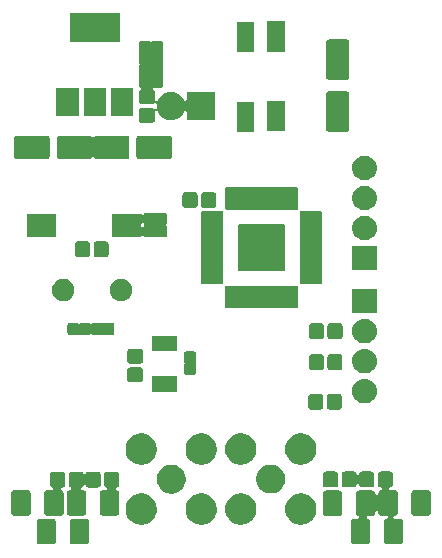
<source format=gbr>
G04 #@! TF.GenerationSoftware,KiCad,Pcbnew,5.0.2-bee76a0~70~ubuntu18.04.1*
G04 #@! TF.CreationDate,2019-01-08T18:58:55+02:00*
G04 #@! TF.ProjectId,HScope_2018_10_L,4853636f-7065-45f3-9230-31385f31305f,rev?*
G04 #@! TF.SameCoordinates,Original*
G04 #@! TF.FileFunction,Soldermask,Top*
G04 #@! TF.FilePolarity,Negative*
%FSLAX46Y46*%
G04 Gerber Fmt 4.6, Leading zero omitted, Abs format (unit mm)*
G04 Created by KiCad (PCBNEW 5.0.2-bee76a0~70~ubuntu18.04.1) date Вт 08 янв 2019 18:58:55*
%MOMM*%
%LPD*%
G01*
G04 APERTURE LIST*
%ADD10C,0.100000*%
G04 APERTURE END LIST*
D10*
G36*
X69089628Y-71850493D02*
X69137354Y-71864970D01*
X69181336Y-71888479D01*
X69219885Y-71920115D01*
X69251521Y-71958664D01*
X69275030Y-72002646D01*
X69289507Y-72050372D01*
X69295000Y-72106141D01*
X69295000Y-73733859D01*
X69289507Y-73789628D01*
X69275030Y-73837354D01*
X69251521Y-73881336D01*
X69219885Y-73919885D01*
X69181336Y-73951521D01*
X69137354Y-73975030D01*
X69089628Y-73989507D01*
X69033859Y-73995000D01*
X67906141Y-73995000D01*
X67850372Y-73989507D01*
X67802646Y-73975030D01*
X67758664Y-73951521D01*
X67720115Y-73919885D01*
X67688479Y-73881336D01*
X67664970Y-73837354D01*
X67650493Y-73789628D01*
X67645000Y-73733859D01*
X67645000Y-72106141D01*
X67650493Y-72050372D01*
X67664970Y-72002646D01*
X67688479Y-71958664D01*
X67720115Y-71920115D01*
X67758664Y-71888479D01*
X67802646Y-71864970D01*
X67850372Y-71850493D01*
X67906141Y-71845000D01*
X69033859Y-71845000D01*
X69089628Y-71850493D01*
X69089628Y-71850493D01*
G37*
G36*
X66289628Y-71850493D02*
X66337354Y-71864970D01*
X66381336Y-71888479D01*
X66419885Y-71920115D01*
X66451521Y-71958664D01*
X66475030Y-72002646D01*
X66489507Y-72050372D01*
X66495000Y-72106141D01*
X66495000Y-73733859D01*
X66489507Y-73789628D01*
X66475030Y-73837354D01*
X66451521Y-73881336D01*
X66419885Y-73919885D01*
X66381336Y-73951521D01*
X66337354Y-73975030D01*
X66289628Y-73989507D01*
X66233859Y-73995000D01*
X65106141Y-73995000D01*
X65050372Y-73989507D01*
X65002646Y-73975030D01*
X64958664Y-73951521D01*
X64920115Y-73919885D01*
X64888479Y-73881336D01*
X64864970Y-73837354D01*
X64850493Y-73789628D01*
X64845000Y-73733859D01*
X64845000Y-72106141D01*
X64850493Y-72050372D01*
X64864970Y-72002646D01*
X64888479Y-71958664D01*
X64920115Y-71920115D01*
X64958664Y-71888479D01*
X65002646Y-71864970D01*
X65050372Y-71850493D01*
X65106141Y-71845000D01*
X66233859Y-71845000D01*
X66289628Y-71850493D01*
X66289628Y-71850493D01*
G37*
G36*
X94801122Y-67850517D02*
X94849085Y-67865066D01*
X94893275Y-67888686D01*
X94932018Y-67920482D01*
X94963814Y-67959225D01*
X94987434Y-68003415D01*
X95001983Y-68051378D01*
X95007500Y-68107391D01*
X95007500Y-68932609D01*
X95001983Y-68988622D01*
X94987434Y-69036585D01*
X94963814Y-69080775D01*
X94932018Y-69119518D01*
X94893275Y-69151314D01*
X94849085Y-69174934D01*
X94798158Y-69190382D01*
X94775519Y-69199760D01*
X94755144Y-69213373D01*
X94737817Y-69230700D01*
X94724203Y-69251075D01*
X94714826Y-69273714D01*
X94710045Y-69297747D01*
X94710045Y-69322251D01*
X94714825Y-69346285D01*
X94724203Y-69368924D01*
X94737816Y-69389299D01*
X94755143Y-69406626D01*
X94775518Y-69420240D01*
X94798157Y-69429617D01*
X94822190Y-69434398D01*
X94834443Y-69435000D01*
X95173859Y-69435000D01*
X95229628Y-69440493D01*
X95277354Y-69454970D01*
X95321336Y-69478479D01*
X95359885Y-69510115D01*
X95391521Y-69548664D01*
X95415030Y-69592646D01*
X95429507Y-69640372D01*
X95435000Y-69696141D01*
X95435000Y-71323859D01*
X95429507Y-71379628D01*
X95415030Y-71427354D01*
X95391521Y-71471336D01*
X95359885Y-71509885D01*
X95321336Y-71541521D01*
X95277354Y-71565030D01*
X95229628Y-71579507D01*
X95167747Y-71585602D01*
X95143714Y-71590383D01*
X95121075Y-71599760D01*
X95100700Y-71613374D01*
X95083373Y-71630701D01*
X95069759Y-71651076D01*
X95060382Y-71673715D01*
X95055602Y-71697749D01*
X95055602Y-71722253D01*
X95060383Y-71746286D01*
X95069760Y-71768925D01*
X95083374Y-71789300D01*
X95100701Y-71806627D01*
X95121076Y-71820241D01*
X95143715Y-71829618D01*
X95180000Y-71835000D01*
X95633859Y-71835000D01*
X95689628Y-71840493D01*
X95737354Y-71854970D01*
X95781336Y-71878479D01*
X95819885Y-71910115D01*
X95851521Y-71948664D01*
X95875030Y-71992646D01*
X95889507Y-72040372D01*
X95895000Y-72096141D01*
X95895000Y-73723859D01*
X95889507Y-73779628D01*
X95875030Y-73827354D01*
X95851521Y-73871336D01*
X95819885Y-73909885D01*
X95781336Y-73941521D01*
X95737354Y-73965030D01*
X95689628Y-73979507D01*
X95633859Y-73985000D01*
X94506141Y-73985000D01*
X94450372Y-73979507D01*
X94402646Y-73965030D01*
X94358664Y-73941521D01*
X94320115Y-73909885D01*
X94288479Y-73871336D01*
X94264970Y-73827354D01*
X94250493Y-73779628D01*
X94245000Y-73723859D01*
X94245000Y-72096141D01*
X94250493Y-72040372D01*
X94264970Y-71992646D01*
X94288479Y-71948664D01*
X94320115Y-71910115D01*
X94358664Y-71878479D01*
X94402646Y-71854970D01*
X94450372Y-71840493D01*
X94512253Y-71834398D01*
X94536286Y-71829617D01*
X94558925Y-71820240D01*
X94579300Y-71806626D01*
X94596627Y-71789299D01*
X94610241Y-71768924D01*
X94619618Y-71746285D01*
X94624398Y-71722251D01*
X94624398Y-71697747D01*
X94619617Y-71673714D01*
X94610240Y-71651075D01*
X94596626Y-71630700D01*
X94579299Y-71613373D01*
X94558924Y-71599759D01*
X94536285Y-71590382D01*
X94500000Y-71585000D01*
X94046141Y-71585000D01*
X93990372Y-71579507D01*
X93942646Y-71565030D01*
X93898664Y-71541521D01*
X93860115Y-71509885D01*
X93828479Y-71471336D01*
X93804970Y-71427354D01*
X93790493Y-71379628D01*
X93784398Y-71317747D01*
X93779617Y-71293714D01*
X93770240Y-71271075D01*
X93756626Y-71250700D01*
X93739299Y-71233373D01*
X93718924Y-71219759D01*
X93696285Y-71210382D01*
X93672251Y-71205602D01*
X93647747Y-71205602D01*
X93623714Y-71210383D01*
X93601075Y-71219760D01*
X93580700Y-71233374D01*
X93563373Y-71250701D01*
X93549759Y-71271076D01*
X93540382Y-71293715D01*
X93535000Y-71330000D01*
X93535000Y-71343859D01*
X93529507Y-71399628D01*
X93515030Y-71447354D01*
X93491521Y-71491336D01*
X93459885Y-71529885D01*
X93421336Y-71561521D01*
X93377354Y-71585030D01*
X93329628Y-71599507D01*
X93273859Y-71605000D01*
X92955994Y-71605000D01*
X92931608Y-71607402D01*
X92908159Y-71614515D01*
X92886548Y-71626066D01*
X92867606Y-71641612D01*
X92852060Y-71660554D01*
X92840509Y-71682165D01*
X92833396Y-71705614D01*
X92830994Y-71730000D01*
X92833396Y-71754386D01*
X92840509Y-71777835D01*
X92852060Y-71799446D01*
X92867606Y-71818388D01*
X92886548Y-71833934D01*
X92908159Y-71845485D01*
X92919709Y-71849618D01*
X92937354Y-71854971D01*
X92981336Y-71878479D01*
X93019885Y-71910115D01*
X93051521Y-71948664D01*
X93075030Y-71992646D01*
X93089507Y-72040372D01*
X93095000Y-72096141D01*
X93095000Y-73723859D01*
X93089507Y-73779628D01*
X93075030Y-73827354D01*
X93051521Y-73871336D01*
X93019885Y-73909885D01*
X92981336Y-73941521D01*
X92937354Y-73965030D01*
X92889628Y-73979507D01*
X92833859Y-73985000D01*
X91706141Y-73985000D01*
X91650372Y-73979507D01*
X91602646Y-73965030D01*
X91558664Y-73941521D01*
X91520115Y-73909885D01*
X91488479Y-73871336D01*
X91464970Y-73827354D01*
X91450493Y-73779628D01*
X91445000Y-73723859D01*
X91445000Y-72096141D01*
X91450493Y-72040372D01*
X91464970Y-71992646D01*
X91488479Y-71948664D01*
X91520115Y-71910115D01*
X91558664Y-71878479D01*
X91602646Y-71854970D01*
X91650372Y-71840493D01*
X91706141Y-71835000D01*
X92024006Y-71835000D01*
X92048392Y-71832598D01*
X92071841Y-71825485D01*
X92093452Y-71813934D01*
X92112394Y-71798388D01*
X92127940Y-71779446D01*
X92139491Y-71757835D01*
X92146604Y-71734386D01*
X92149006Y-71710000D01*
X92146604Y-71685614D01*
X92139491Y-71662165D01*
X92127940Y-71640554D01*
X92112394Y-71621612D01*
X92093452Y-71606066D01*
X92071841Y-71594515D01*
X92060291Y-71590382D01*
X92042646Y-71585029D01*
X91998664Y-71561521D01*
X91960115Y-71529885D01*
X91928479Y-71491336D01*
X91904970Y-71447354D01*
X91890493Y-71399628D01*
X91885000Y-71343859D01*
X91885000Y-69716141D01*
X91890493Y-69660372D01*
X91904970Y-69612646D01*
X91928479Y-69568664D01*
X91960115Y-69530115D01*
X91998664Y-69498479D01*
X92042646Y-69474970D01*
X92090372Y-69460493D01*
X92146141Y-69455000D01*
X93273859Y-69455000D01*
X93329628Y-69460493D01*
X93377354Y-69474970D01*
X93421336Y-69498479D01*
X93459885Y-69530115D01*
X93491521Y-69568664D01*
X93515030Y-69612646D01*
X93529507Y-69660372D01*
X93535602Y-69722253D01*
X93540383Y-69746286D01*
X93549760Y-69768925D01*
X93563374Y-69789300D01*
X93580701Y-69806627D01*
X93601076Y-69820241D01*
X93623715Y-69829618D01*
X93647749Y-69834398D01*
X93672253Y-69834398D01*
X93696286Y-69829617D01*
X93718925Y-69820240D01*
X93739300Y-69806626D01*
X93756627Y-69789299D01*
X93770241Y-69768924D01*
X93779618Y-69746285D01*
X93785000Y-69710000D01*
X93785000Y-69696141D01*
X93790493Y-69640372D01*
X93804970Y-69592646D01*
X93828479Y-69548664D01*
X93860115Y-69510115D01*
X93898664Y-69478479D01*
X93942646Y-69454970D01*
X94001046Y-69437255D01*
X94023685Y-69427877D01*
X94044060Y-69414263D01*
X94061387Y-69396936D01*
X94075001Y-69376562D01*
X94084378Y-69353923D01*
X94089159Y-69329889D01*
X94089159Y-69305385D01*
X94084379Y-69281352D01*
X94075001Y-69258713D01*
X94061387Y-69238338D01*
X94044060Y-69221011D01*
X94023686Y-69207397D01*
X94001047Y-69198020D01*
X93977013Y-69193239D01*
X93938878Y-69189483D01*
X93890915Y-69174934D01*
X93846725Y-69151314D01*
X93807982Y-69119518D01*
X93776186Y-69080775D01*
X93752566Y-69036585D01*
X93738017Y-68988622D01*
X93732500Y-68932609D01*
X93732500Y-68107391D01*
X93738017Y-68051378D01*
X93752566Y-68003415D01*
X93776186Y-67959225D01*
X93807982Y-67920482D01*
X93846725Y-67888686D01*
X93890915Y-67865066D01*
X93938878Y-67850517D01*
X93994891Y-67845000D01*
X94745109Y-67845000D01*
X94801122Y-67850517D01*
X94801122Y-67850517D01*
G37*
G36*
X79101159Y-69738946D02*
X79186488Y-69755919D01*
X79364411Y-69829617D01*
X79427623Y-69855800D01*
X79644641Y-70000807D01*
X79829193Y-70185359D01*
X79829195Y-70185362D01*
X79974200Y-70402377D01*
X80069939Y-70633512D01*
X80074081Y-70643513D01*
X80125000Y-70899497D01*
X80125000Y-71160503D01*
X80103005Y-71271076D01*
X80074081Y-71416488D01*
X79995002Y-71607402D01*
X79974200Y-71657623D01*
X79829193Y-71874641D01*
X79644641Y-72059193D01*
X79644638Y-72059195D01*
X79427623Y-72204200D01*
X79186488Y-72304081D01*
X79101159Y-72321054D01*
X78930503Y-72355000D01*
X78669497Y-72355000D01*
X78498841Y-72321054D01*
X78413512Y-72304081D01*
X78172377Y-72204200D01*
X77955362Y-72059195D01*
X77955359Y-72059193D01*
X77770807Y-71874641D01*
X77625800Y-71657623D01*
X77604998Y-71607402D01*
X77525919Y-71416488D01*
X77496995Y-71271076D01*
X77475000Y-71160503D01*
X77475000Y-70899497D01*
X77525919Y-70643513D01*
X77530062Y-70633512D01*
X77625800Y-70402377D01*
X77770805Y-70185362D01*
X77770807Y-70185359D01*
X77955359Y-70000807D01*
X78172377Y-69855800D01*
X78235589Y-69829617D01*
X78413512Y-69755919D01*
X78498841Y-69738946D01*
X78669497Y-69705000D01*
X78930503Y-69705000D01*
X79101159Y-69738946D01*
X79101159Y-69738946D01*
G37*
G36*
X74021159Y-69738946D02*
X74106488Y-69755919D01*
X74284411Y-69829617D01*
X74347623Y-69855800D01*
X74564641Y-70000807D01*
X74749193Y-70185359D01*
X74749195Y-70185362D01*
X74894200Y-70402377D01*
X74989939Y-70633512D01*
X74994081Y-70643513D01*
X75045000Y-70899497D01*
X75045000Y-71160503D01*
X75023005Y-71271076D01*
X74994081Y-71416488D01*
X74915002Y-71607402D01*
X74894200Y-71657623D01*
X74749193Y-71874641D01*
X74564641Y-72059193D01*
X74564638Y-72059195D01*
X74347623Y-72204200D01*
X74106488Y-72304081D01*
X74021159Y-72321054D01*
X73850503Y-72355000D01*
X73589497Y-72355000D01*
X73418841Y-72321054D01*
X73333512Y-72304081D01*
X73092377Y-72204200D01*
X72875362Y-72059195D01*
X72875359Y-72059193D01*
X72690807Y-71874641D01*
X72545800Y-71657623D01*
X72524998Y-71607402D01*
X72445919Y-71416488D01*
X72416995Y-71271076D01*
X72395000Y-71160503D01*
X72395000Y-70899497D01*
X72445919Y-70643513D01*
X72450062Y-70633512D01*
X72545800Y-70402377D01*
X72690805Y-70185362D01*
X72690807Y-70185359D01*
X72875359Y-70000807D01*
X73092377Y-69855800D01*
X73155589Y-69829617D01*
X73333512Y-69755919D01*
X73418841Y-69738946D01*
X73589497Y-69705000D01*
X73850503Y-69705000D01*
X74021159Y-69738946D01*
X74021159Y-69738946D01*
G37*
G36*
X87477511Y-69722253D02*
X87596488Y-69745919D01*
X87798556Y-69829618D01*
X87837623Y-69845800D01*
X88054641Y-69990807D01*
X88239193Y-70175359D01*
X88384200Y-70392377D01*
X88484081Y-70633513D01*
X88535000Y-70889497D01*
X88535000Y-71150503D01*
X88524040Y-71205602D01*
X88484081Y-71406488D01*
X88414281Y-71575000D01*
X88384200Y-71647623D01*
X88239193Y-71864641D01*
X88054641Y-72049193D01*
X88039675Y-72059193D01*
X87837623Y-72194200D01*
X87596488Y-72294081D01*
X87511159Y-72311054D01*
X87340503Y-72345000D01*
X87079497Y-72345000D01*
X86908841Y-72311054D01*
X86823512Y-72294081D01*
X86582377Y-72194200D01*
X86380325Y-72059193D01*
X86365359Y-72049193D01*
X86180807Y-71864641D01*
X86035800Y-71647623D01*
X86005719Y-71575000D01*
X85935919Y-71406488D01*
X85895960Y-71205602D01*
X85885000Y-71150503D01*
X85885000Y-70889497D01*
X85935919Y-70633513D01*
X86035800Y-70392377D01*
X86180807Y-70175359D01*
X86365359Y-69990807D01*
X86582377Y-69845800D01*
X86621444Y-69829618D01*
X86823512Y-69745919D01*
X86942489Y-69722253D01*
X87079497Y-69695000D01*
X87340503Y-69695000D01*
X87477511Y-69722253D01*
X87477511Y-69722253D01*
G37*
G36*
X82397511Y-69722253D02*
X82516488Y-69745919D01*
X82718556Y-69829618D01*
X82757623Y-69845800D01*
X82974641Y-69990807D01*
X83159193Y-70175359D01*
X83304200Y-70392377D01*
X83404081Y-70633513D01*
X83455000Y-70889497D01*
X83455000Y-71150503D01*
X83444040Y-71205602D01*
X83404081Y-71406488D01*
X83334281Y-71575000D01*
X83304200Y-71647623D01*
X83159193Y-71864641D01*
X82974641Y-72049193D01*
X82959675Y-72059193D01*
X82757623Y-72194200D01*
X82516488Y-72294081D01*
X82431159Y-72311054D01*
X82260503Y-72345000D01*
X81999497Y-72345000D01*
X81828841Y-72311054D01*
X81743512Y-72294081D01*
X81502377Y-72194200D01*
X81300325Y-72059193D01*
X81285359Y-72049193D01*
X81100807Y-71864641D01*
X80955800Y-71647623D01*
X80925719Y-71575000D01*
X80855919Y-71406488D01*
X80815960Y-71205602D01*
X80805000Y-71150503D01*
X80805000Y-70889497D01*
X80855919Y-70633513D01*
X80955800Y-70392377D01*
X81100807Y-70175359D01*
X81285359Y-69990807D01*
X81502377Y-69845800D01*
X81541444Y-69829618D01*
X81743512Y-69745919D01*
X81862489Y-69722253D01*
X81999497Y-69695000D01*
X82260503Y-69695000D01*
X82397511Y-69722253D01*
X82397511Y-69722253D01*
G37*
G36*
X90529628Y-69460493D02*
X90577354Y-69474970D01*
X90621336Y-69498479D01*
X90659885Y-69530115D01*
X90691521Y-69568664D01*
X90715030Y-69612646D01*
X90729507Y-69660372D01*
X90735000Y-69716141D01*
X90735000Y-71343859D01*
X90729507Y-71399628D01*
X90715030Y-71447354D01*
X90691521Y-71491336D01*
X90659885Y-71529885D01*
X90621336Y-71561521D01*
X90577354Y-71585030D01*
X90529628Y-71599507D01*
X90473859Y-71605000D01*
X89346141Y-71605000D01*
X89290372Y-71599507D01*
X89242646Y-71585030D01*
X89198664Y-71561521D01*
X89160115Y-71529885D01*
X89128479Y-71491336D01*
X89104970Y-71447354D01*
X89090493Y-71399628D01*
X89085000Y-71343859D01*
X89085000Y-69716141D01*
X89090493Y-69660372D01*
X89104970Y-69612646D01*
X89128479Y-69568664D01*
X89160115Y-69530115D01*
X89198664Y-69498479D01*
X89242646Y-69474970D01*
X89290372Y-69460493D01*
X89346141Y-69455000D01*
X90473859Y-69455000D01*
X90529628Y-69460493D01*
X90529628Y-69460493D01*
G37*
G36*
X64139628Y-69440493D02*
X64187354Y-69454970D01*
X64231336Y-69478479D01*
X64269885Y-69510115D01*
X64301521Y-69548664D01*
X64325030Y-69592646D01*
X64339507Y-69640372D01*
X64345000Y-69696141D01*
X64345000Y-71323859D01*
X64339507Y-71379628D01*
X64325030Y-71427354D01*
X64301521Y-71471336D01*
X64269885Y-71509885D01*
X64231336Y-71541521D01*
X64187354Y-71565030D01*
X64139628Y-71579507D01*
X64083859Y-71585000D01*
X62956141Y-71585000D01*
X62900372Y-71579507D01*
X62852646Y-71565030D01*
X62808664Y-71541521D01*
X62770115Y-71509885D01*
X62738479Y-71471336D01*
X62714970Y-71427354D01*
X62700493Y-71379628D01*
X62695000Y-71323859D01*
X62695000Y-69696141D01*
X62700493Y-69640372D01*
X62714970Y-69592646D01*
X62738479Y-69548664D01*
X62770115Y-69510115D01*
X62808664Y-69478479D01*
X62852646Y-69454970D01*
X62900372Y-69440493D01*
X62956141Y-69435000D01*
X64083859Y-69435000D01*
X64139628Y-69440493D01*
X64139628Y-69440493D01*
G37*
G36*
X67056122Y-67860517D02*
X67104085Y-67875066D01*
X67148275Y-67898686D01*
X67187018Y-67930482D01*
X67218814Y-67969225D01*
X67242434Y-68013415D01*
X67256983Y-68061378D01*
X67262500Y-68117391D01*
X67262500Y-68942609D01*
X67256983Y-68998622D01*
X67242434Y-69046585D01*
X67218814Y-69090775D01*
X67187018Y-69129518D01*
X67148275Y-69161314D01*
X67104085Y-69184934D01*
X67056122Y-69199483D01*
X66993997Y-69205602D01*
X66994054Y-69206176D01*
X66981608Y-69207402D01*
X66958159Y-69214515D01*
X66936548Y-69226066D01*
X66917606Y-69241612D01*
X66902060Y-69260554D01*
X66890509Y-69282165D01*
X66883396Y-69305614D01*
X66880994Y-69330000D01*
X66883396Y-69354386D01*
X66890509Y-69377835D01*
X66902060Y-69399446D01*
X66917606Y-69418388D01*
X66936548Y-69433934D01*
X66958159Y-69445485D01*
X66969709Y-69449618D01*
X66987354Y-69454971D01*
X67031336Y-69478479D01*
X67069885Y-69510115D01*
X67101521Y-69548664D01*
X67125030Y-69592646D01*
X67139507Y-69640372D01*
X67145000Y-69696141D01*
X67145000Y-71323859D01*
X67139507Y-71379628D01*
X67125030Y-71427354D01*
X67101521Y-71471336D01*
X67069885Y-71509885D01*
X67031336Y-71541521D01*
X66987354Y-71565030D01*
X66939628Y-71579507D01*
X66883859Y-71585000D01*
X65756141Y-71585000D01*
X65700372Y-71579507D01*
X65652646Y-71565030D01*
X65608664Y-71541521D01*
X65570115Y-71509885D01*
X65538479Y-71471336D01*
X65514970Y-71427354D01*
X65500493Y-71379628D01*
X65495000Y-71323859D01*
X65495000Y-69696141D01*
X65500493Y-69640372D01*
X65514970Y-69592646D01*
X65538479Y-69548664D01*
X65570115Y-69510115D01*
X65608664Y-69478479D01*
X65652646Y-69454970D01*
X65700372Y-69440493D01*
X65756141Y-69435000D01*
X66127591Y-69435000D01*
X66151977Y-69432598D01*
X66175426Y-69425485D01*
X66197037Y-69413934D01*
X66215979Y-69398388D01*
X66231525Y-69379446D01*
X66243076Y-69357835D01*
X66250189Y-69334386D01*
X66252591Y-69310000D01*
X66250189Y-69285614D01*
X66243076Y-69262165D01*
X66231525Y-69240554D01*
X66215979Y-69221612D01*
X66197037Y-69206066D01*
X66175426Y-69194515D01*
X66163876Y-69190382D01*
X66145915Y-69184934D01*
X66101725Y-69161314D01*
X66062982Y-69129518D01*
X66031186Y-69090775D01*
X66007566Y-69046585D01*
X65993017Y-68998622D01*
X65987500Y-68942609D01*
X65987500Y-68117391D01*
X65993017Y-68061378D01*
X66007566Y-68013415D01*
X66031186Y-67969225D01*
X66062982Y-67930482D01*
X66101725Y-67898686D01*
X66145915Y-67875066D01*
X66193878Y-67860517D01*
X66249891Y-67855000D01*
X67000109Y-67855000D01*
X67056122Y-67860517D01*
X67056122Y-67860517D01*
G37*
G36*
X98029628Y-69440493D02*
X98077354Y-69454970D01*
X98121336Y-69478479D01*
X98159885Y-69510115D01*
X98191521Y-69548664D01*
X98215030Y-69592646D01*
X98229507Y-69640372D01*
X98235000Y-69696141D01*
X98235000Y-71323859D01*
X98229507Y-71379628D01*
X98215030Y-71427354D01*
X98191521Y-71471336D01*
X98159885Y-71509885D01*
X98121336Y-71541521D01*
X98077354Y-71565030D01*
X98029628Y-71579507D01*
X97973859Y-71585000D01*
X96846141Y-71585000D01*
X96790372Y-71579507D01*
X96742646Y-71565030D01*
X96698664Y-71541521D01*
X96660115Y-71509885D01*
X96628479Y-71471336D01*
X96604970Y-71427354D01*
X96590493Y-71379628D01*
X96585000Y-71323859D01*
X96585000Y-69696141D01*
X96590493Y-69640372D01*
X96604970Y-69592646D01*
X96628479Y-69548664D01*
X96660115Y-69510115D01*
X96698664Y-69478479D01*
X96742646Y-69454970D01*
X96790372Y-69440493D01*
X96846141Y-69435000D01*
X97973859Y-69435000D01*
X98029628Y-69440493D01*
X98029628Y-69440493D01*
G37*
G36*
X71641122Y-67860517D02*
X71689085Y-67875066D01*
X71733275Y-67898686D01*
X71772018Y-67930482D01*
X71803814Y-67969225D01*
X71827434Y-68013415D01*
X71841983Y-68061378D01*
X71847500Y-68117391D01*
X71847500Y-68942609D01*
X71841983Y-68998622D01*
X71827434Y-69046585D01*
X71803814Y-69090775D01*
X71772018Y-69129518D01*
X71733275Y-69161314D01*
X71689086Y-69184933D01*
X71658933Y-69194080D01*
X71636294Y-69203458D01*
X71615920Y-69217072D01*
X71598593Y-69234399D01*
X71584979Y-69254773D01*
X71575601Y-69277412D01*
X71570821Y-69301446D01*
X71570821Y-69325950D01*
X71575601Y-69349984D01*
X71584979Y-69372623D01*
X71598593Y-69392997D01*
X71615920Y-69410324D01*
X71636294Y-69423938D01*
X71658934Y-69433316D01*
X71697354Y-69444970D01*
X71741336Y-69468479D01*
X71779885Y-69500115D01*
X71811521Y-69538664D01*
X71835030Y-69582646D01*
X71849507Y-69630372D01*
X71855000Y-69686141D01*
X71855000Y-71313859D01*
X71849507Y-71369628D01*
X71835030Y-71417354D01*
X71811521Y-71461336D01*
X71779885Y-71499885D01*
X71741336Y-71531521D01*
X71697354Y-71555030D01*
X71649628Y-71569507D01*
X71593859Y-71575000D01*
X70466141Y-71575000D01*
X70410372Y-71569507D01*
X70362646Y-71555030D01*
X70318664Y-71531521D01*
X70280115Y-71499885D01*
X70248479Y-71461336D01*
X70224970Y-71417354D01*
X70210493Y-71369628D01*
X70205000Y-71313859D01*
X70205000Y-69686141D01*
X70210493Y-69630372D01*
X70224970Y-69582646D01*
X70248479Y-69538664D01*
X70280115Y-69500115D01*
X70318664Y-69468479D01*
X70362646Y-69444970D01*
X70410372Y-69430493D01*
X70466141Y-69425000D01*
X70681020Y-69425000D01*
X70705406Y-69422598D01*
X70728855Y-69415485D01*
X70750466Y-69403934D01*
X70769408Y-69388388D01*
X70784954Y-69369446D01*
X70796505Y-69347835D01*
X70803618Y-69324386D01*
X70806020Y-69300000D01*
X70803618Y-69275614D01*
X70796505Y-69252165D01*
X70784954Y-69230554D01*
X70769408Y-69211612D01*
X70750466Y-69196066D01*
X70739945Y-69189760D01*
X70686723Y-69161312D01*
X70647982Y-69129518D01*
X70616186Y-69090775D01*
X70592566Y-69046585D01*
X70578017Y-68998622D01*
X70572500Y-68942609D01*
X70572500Y-68117391D01*
X70578017Y-68061378D01*
X70592566Y-68013415D01*
X70616186Y-67969225D01*
X70647982Y-67930482D01*
X70686725Y-67898686D01*
X70730915Y-67875066D01*
X70778878Y-67860517D01*
X70834891Y-67855000D01*
X71585109Y-67855000D01*
X71641122Y-67860517D01*
X71641122Y-67860517D01*
G37*
G36*
X68631122Y-67860517D02*
X68679085Y-67875066D01*
X68723275Y-67898686D01*
X68762018Y-67930482D01*
X68793812Y-67969223D01*
X68807260Y-67994382D01*
X68820874Y-68014756D01*
X68838201Y-68032083D01*
X68858575Y-68045697D01*
X68881214Y-68055075D01*
X68905248Y-68059855D01*
X68929752Y-68059855D01*
X68953786Y-68055075D01*
X68976425Y-68045697D01*
X68996799Y-68032083D01*
X69014126Y-68014756D01*
X69027740Y-67994382D01*
X69041188Y-67969223D01*
X69072982Y-67930482D01*
X69111725Y-67898686D01*
X69155915Y-67875066D01*
X69203878Y-67860517D01*
X69259891Y-67855000D01*
X70010109Y-67855000D01*
X70066122Y-67860517D01*
X70114085Y-67875066D01*
X70158275Y-67898686D01*
X70197018Y-67930482D01*
X70228814Y-67969225D01*
X70252434Y-68013415D01*
X70266983Y-68061378D01*
X70272500Y-68117391D01*
X70272500Y-68942609D01*
X70266983Y-68998622D01*
X70252434Y-69046585D01*
X70228814Y-69090775D01*
X70197018Y-69129518D01*
X70158275Y-69161314D01*
X70114085Y-69184934D01*
X70066122Y-69199483D01*
X70010109Y-69205000D01*
X69259891Y-69205000D01*
X69203878Y-69199483D01*
X69155915Y-69184934D01*
X69111725Y-69161314D01*
X69072982Y-69129518D01*
X69041188Y-69090777D01*
X69027740Y-69065618D01*
X69014126Y-69045244D01*
X68996799Y-69027917D01*
X68976425Y-69014303D01*
X68953786Y-69004925D01*
X68929752Y-69000145D01*
X68905248Y-69000145D01*
X68881214Y-69004925D01*
X68858575Y-69014303D01*
X68838201Y-69027917D01*
X68820874Y-69045244D01*
X68807260Y-69065618D01*
X68793812Y-69090777D01*
X68762018Y-69129518D01*
X68723277Y-69161312D01*
X68670055Y-69189760D01*
X68649681Y-69203374D01*
X68632354Y-69220701D01*
X68618740Y-69241075D01*
X68609362Y-69263714D01*
X68604582Y-69287748D01*
X68604582Y-69312252D01*
X68609362Y-69336286D01*
X68618740Y-69358925D01*
X68632354Y-69379299D01*
X68649681Y-69396626D01*
X68670055Y-69410240D01*
X68692694Y-69419618D01*
X68716728Y-69424398D01*
X68728980Y-69425000D01*
X68793859Y-69425000D01*
X68849628Y-69430493D01*
X68897354Y-69444970D01*
X68941336Y-69468479D01*
X68979885Y-69500115D01*
X69011521Y-69538664D01*
X69035030Y-69582646D01*
X69049507Y-69630372D01*
X69055000Y-69686141D01*
X69055000Y-71313859D01*
X69049507Y-71369628D01*
X69035030Y-71417354D01*
X69011521Y-71461336D01*
X68979885Y-71499885D01*
X68941336Y-71531521D01*
X68897354Y-71555030D01*
X68849628Y-71569507D01*
X68793859Y-71575000D01*
X67666141Y-71575000D01*
X67610372Y-71569507D01*
X67562646Y-71555030D01*
X67518664Y-71531521D01*
X67480115Y-71499885D01*
X67448479Y-71461336D01*
X67424970Y-71417354D01*
X67410493Y-71369628D01*
X67405000Y-71313859D01*
X67405000Y-69686141D01*
X67410493Y-69630372D01*
X67424970Y-69582646D01*
X67448479Y-69538664D01*
X67480115Y-69500115D01*
X67518664Y-69468479D01*
X67562646Y-69444970D01*
X67610372Y-69430493D01*
X67666141Y-69425000D01*
X67671020Y-69425000D01*
X67695406Y-69422598D01*
X67718855Y-69415485D01*
X67740466Y-69403934D01*
X67759408Y-69388388D01*
X67774954Y-69369446D01*
X67786505Y-69347835D01*
X67793618Y-69324386D01*
X67796020Y-69300000D01*
X67793618Y-69275614D01*
X67786505Y-69252165D01*
X67774954Y-69230554D01*
X67759408Y-69211612D01*
X67740466Y-69196066D01*
X67729945Y-69189760D01*
X67676723Y-69161312D01*
X67637982Y-69129518D01*
X67606186Y-69090775D01*
X67582566Y-69046585D01*
X67568017Y-68998622D01*
X67562500Y-68942609D01*
X67562500Y-68117391D01*
X67568017Y-68061378D01*
X67582566Y-68013415D01*
X67606186Y-67969225D01*
X67637982Y-67930482D01*
X67676725Y-67898686D01*
X67720915Y-67875066D01*
X67768878Y-67860517D01*
X67824891Y-67855000D01*
X68575109Y-67855000D01*
X68631122Y-67860517D01*
X68631122Y-67860517D01*
G37*
G36*
X76617319Y-67312076D02*
X76840255Y-67404419D01*
X77025926Y-67528481D01*
X77040895Y-67538483D01*
X77211517Y-67709105D01*
X77211519Y-67709108D01*
X77345581Y-67909745D01*
X77437924Y-68132681D01*
X77485000Y-68369348D01*
X77485000Y-68610652D01*
X77437924Y-68847319D01*
X77345581Y-69070255D01*
X77235903Y-69234399D01*
X77211517Y-69270895D01*
X77040895Y-69441517D01*
X77040892Y-69441519D01*
X76840255Y-69575581D01*
X76617319Y-69667924D01*
X76498985Y-69691462D01*
X76380653Y-69715000D01*
X76139347Y-69715000D01*
X76021015Y-69691462D01*
X75902681Y-69667924D01*
X75679745Y-69575581D01*
X75479108Y-69441519D01*
X75479105Y-69441517D01*
X75308483Y-69270895D01*
X75284097Y-69234399D01*
X75174419Y-69070255D01*
X75082076Y-68847319D01*
X75035000Y-68610652D01*
X75035000Y-68369348D01*
X75082076Y-68132681D01*
X75174419Y-67909745D01*
X75308481Y-67709108D01*
X75308483Y-67709105D01*
X75479105Y-67538483D01*
X75494074Y-67528481D01*
X75679745Y-67404419D01*
X75902681Y-67312076D01*
X76139347Y-67265000D01*
X76380653Y-67265000D01*
X76617319Y-67312076D01*
X76617319Y-67312076D01*
G37*
G36*
X84891199Y-67275000D02*
X85027319Y-67302076D01*
X85250255Y-67394419D01*
X85449539Y-67527577D01*
X85450895Y-67528483D01*
X85621517Y-67699105D01*
X85621519Y-67699108D01*
X85755581Y-67899745D01*
X85847924Y-68122681D01*
X85895000Y-68359348D01*
X85895000Y-68600652D01*
X85847924Y-68837319D01*
X85755581Y-69060255D01*
X85628079Y-69251075D01*
X85621517Y-69260895D01*
X85450895Y-69431517D01*
X85450892Y-69431519D01*
X85250255Y-69565581D01*
X85027319Y-69657924D01*
X84908985Y-69681462D01*
X84790653Y-69705000D01*
X84549347Y-69705000D01*
X84431015Y-69681462D01*
X84312681Y-69657924D01*
X84089745Y-69565581D01*
X83889108Y-69431519D01*
X83889105Y-69431517D01*
X83718483Y-69260895D01*
X83711921Y-69251075D01*
X83584419Y-69060255D01*
X83492076Y-68837319D01*
X83445000Y-68600652D01*
X83445000Y-68359348D01*
X83492076Y-68122681D01*
X83584419Y-67899745D01*
X83718481Y-67699108D01*
X83718483Y-67699105D01*
X83889105Y-67528483D01*
X83890461Y-67527577D01*
X84089745Y-67394419D01*
X84312681Y-67302076D01*
X84448801Y-67275000D01*
X84549347Y-67255000D01*
X84790653Y-67255000D01*
X84891199Y-67275000D01*
X84891199Y-67275000D01*
G37*
G36*
X90166122Y-67850517D02*
X90214085Y-67865066D01*
X90258275Y-67888686D01*
X90297018Y-67920482D01*
X90328814Y-67959225D01*
X90352434Y-68003415D01*
X90366983Y-68051378D01*
X90372500Y-68107391D01*
X90372500Y-68932609D01*
X90366983Y-68988622D01*
X90352434Y-69036585D01*
X90328814Y-69080775D01*
X90297018Y-69119518D01*
X90258275Y-69151314D01*
X90214085Y-69174934D01*
X90166122Y-69189483D01*
X90110109Y-69195000D01*
X89359891Y-69195000D01*
X89303878Y-69189483D01*
X89255915Y-69174934D01*
X89211725Y-69151314D01*
X89172982Y-69119518D01*
X89141186Y-69080775D01*
X89117566Y-69036585D01*
X89103017Y-68988622D01*
X89097500Y-68932609D01*
X89097500Y-68107391D01*
X89103017Y-68051378D01*
X89117566Y-68003415D01*
X89141186Y-67959225D01*
X89172982Y-67920482D01*
X89211725Y-67888686D01*
X89255915Y-67865066D01*
X89303878Y-67850517D01*
X89359891Y-67845000D01*
X90110109Y-67845000D01*
X90166122Y-67850517D01*
X90166122Y-67850517D01*
G37*
G36*
X91741122Y-67850517D02*
X91789085Y-67865066D01*
X91833275Y-67888686D01*
X91872018Y-67920482D01*
X91903814Y-67959225D01*
X91927434Y-68003415D01*
X91932882Y-68021376D01*
X91942259Y-68044015D01*
X91955873Y-68064389D01*
X91973200Y-68081717D01*
X91993575Y-68095331D01*
X92016214Y-68104708D01*
X92040247Y-68109489D01*
X92064751Y-68109489D01*
X92088785Y-68104709D01*
X92111424Y-68095332D01*
X92131798Y-68081718D01*
X92149126Y-68064391D01*
X92162740Y-68044016D01*
X92172118Y-68021376D01*
X92177566Y-68003415D01*
X92201186Y-67959225D01*
X92232982Y-67920482D01*
X92271725Y-67888686D01*
X92315915Y-67865066D01*
X92363878Y-67850517D01*
X92419891Y-67845000D01*
X93170109Y-67845000D01*
X93226122Y-67850517D01*
X93274085Y-67865066D01*
X93318275Y-67888686D01*
X93357018Y-67920482D01*
X93388814Y-67959225D01*
X93412434Y-68003415D01*
X93426983Y-68051378D01*
X93432500Y-68107391D01*
X93432500Y-68932609D01*
X93426983Y-68988622D01*
X93412434Y-69036585D01*
X93388814Y-69080775D01*
X93357018Y-69119518D01*
X93318275Y-69151314D01*
X93274085Y-69174934D01*
X93226122Y-69189483D01*
X93170109Y-69195000D01*
X92419891Y-69195000D01*
X92363878Y-69189483D01*
X92315915Y-69174934D01*
X92271725Y-69151314D01*
X92232982Y-69119518D01*
X92201186Y-69080775D01*
X92177566Y-69036585D01*
X92172118Y-69018624D01*
X92162741Y-68995985D01*
X92149127Y-68975611D01*
X92131800Y-68958283D01*
X92111425Y-68944669D01*
X92088786Y-68935292D01*
X92064753Y-68930511D01*
X92040249Y-68930511D01*
X92016215Y-68935291D01*
X91993576Y-68944668D01*
X91973202Y-68958282D01*
X91955874Y-68975609D01*
X91942260Y-68995984D01*
X91932882Y-69018624D01*
X91927434Y-69036585D01*
X91903814Y-69080775D01*
X91872018Y-69119518D01*
X91833275Y-69151314D01*
X91789085Y-69174934D01*
X91741122Y-69189483D01*
X91685109Y-69195000D01*
X90934891Y-69195000D01*
X90878878Y-69189483D01*
X90830915Y-69174934D01*
X90786725Y-69151314D01*
X90747982Y-69119518D01*
X90716186Y-69080775D01*
X90692566Y-69036585D01*
X90678017Y-68988622D01*
X90672500Y-68932609D01*
X90672500Y-68107391D01*
X90678017Y-68051378D01*
X90692566Y-68003415D01*
X90716186Y-67959225D01*
X90747982Y-67920482D01*
X90786725Y-67888686D01*
X90830915Y-67865066D01*
X90878878Y-67850517D01*
X90934891Y-67845000D01*
X91685109Y-67845000D01*
X91741122Y-67850517D01*
X91741122Y-67850517D01*
G37*
G36*
X79101159Y-64658946D02*
X79186488Y-64675919D01*
X79403481Y-64765800D01*
X79427623Y-64775800D01*
X79644641Y-64920807D01*
X79829193Y-65105359D01*
X79829195Y-65105362D01*
X79974200Y-65322377D01*
X80069939Y-65553512D01*
X80074081Y-65563513D01*
X80125000Y-65819497D01*
X80125000Y-66080503D01*
X80074081Y-66336487D01*
X79974200Y-66577623D01*
X79829193Y-66794641D01*
X79644641Y-66979193D01*
X79644638Y-66979195D01*
X79427623Y-67124200D01*
X79186488Y-67224081D01*
X79101159Y-67241054D01*
X78930503Y-67275000D01*
X78669497Y-67275000D01*
X78498841Y-67241054D01*
X78413512Y-67224081D01*
X78172377Y-67124200D01*
X77955362Y-66979195D01*
X77955359Y-66979193D01*
X77770807Y-66794641D01*
X77625800Y-66577623D01*
X77525919Y-66336487D01*
X77475000Y-66080503D01*
X77475000Y-65819497D01*
X77525919Y-65563513D01*
X77530062Y-65553512D01*
X77625800Y-65322377D01*
X77770805Y-65105362D01*
X77770807Y-65105359D01*
X77955359Y-64920807D01*
X78172377Y-64775800D01*
X78196519Y-64765800D01*
X78413512Y-64675919D01*
X78498841Y-64658946D01*
X78669497Y-64625000D01*
X78930503Y-64625000D01*
X79101159Y-64658946D01*
X79101159Y-64658946D01*
G37*
G36*
X74021159Y-64658946D02*
X74106488Y-64675919D01*
X74323481Y-64765800D01*
X74347623Y-64775800D01*
X74564641Y-64920807D01*
X74749193Y-65105359D01*
X74749195Y-65105362D01*
X74894200Y-65322377D01*
X74989939Y-65553512D01*
X74994081Y-65563513D01*
X75045000Y-65819497D01*
X75045000Y-66080503D01*
X74994081Y-66336487D01*
X74894200Y-66577623D01*
X74749193Y-66794641D01*
X74564641Y-66979193D01*
X74564638Y-66979195D01*
X74347623Y-67124200D01*
X74106488Y-67224081D01*
X74021159Y-67241054D01*
X73850503Y-67275000D01*
X73589497Y-67275000D01*
X73418841Y-67241054D01*
X73333512Y-67224081D01*
X73092377Y-67124200D01*
X72875362Y-66979195D01*
X72875359Y-66979193D01*
X72690807Y-66794641D01*
X72545800Y-66577623D01*
X72445919Y-66336487D01*
X72395000Y-66080503D01*
X72395000Y-65819497D01*
X72445919Y-65563513D01*
X72450062Y-65553512D01*
X72545800Y-65322377D01*
X72690805Y-65105362D01*
X72690807Y-65105359D01*
X72875359Y-64920807D01*
X73092377Y-64775800D01*
X73116519Y-64765800D01*
X73333512Y-64675919D01*
X73418841Y-64658946D01*
X73589497Y-64625000D01*
X73850503Y-64625000D01*
X74021159Y-64658946D01*
X74021159Y-64658946D01*
G37*
G36*
X82431159Y-64648946D02*
X82516488Y-64665919D01*
X82757623Y-64765800D01*
X82974641Y-64910807D01*
X83159193Y-65095359D01*
X83304200Y-65312377D01*
X83404081Y-65553513D01*
X83455000Y-65809497D01*
X83455000Y-66070503D01*
X83421054Y-66241159D01*
X83404081Y-66326488D01*
X83304200Y-66567623D01*
X83159193Y-66784641D01*
X82974641Y-66969193D01*
X82974638Y-66969195D01*
X82757623Y-67114200D01*
X82516488Y-67214081D01*
X82431159Y-67231054D01*
X82260503Y-67265000D01*
X81999497Y-67265000D01*
X81828841Y-67231054D01*
X81743512Y-67214081D01*
X81502377Y-67114200D01*
X81285362Y-66969195D01*
X81285359Y-66969193D01*
X81100807Y-66784641D01*
X80955800Y-66567623D01*
X80855919Y-66326488D01*
X80838946Y-66241159D01*
X80805000Y-66070503D01*
X80805000Y-65809497D01*
X80855919Y-65553513D01*
X80955800Y-65312377D01*
X81100807Y-65095359D01*
X81285359Y-64910807D01*
X81502377Y-64765800D01*
X81743512Y-64665919D01*
X81828841Y-64648946D01*
X81999497Y-64615000D01*
X82260503Y-64615000D01*
X82431159Y-64648946D01*
X82431159Y-64648946D01*
G37*
G36*
X87511159Y-64648946D02*
X87596488Y-64665919D01*
X87837623Y-64765800D01*
X88054641Y-64910807D01*
X88239193Y-65095359D01*
X88384200Y-65312377D01*
X88484081Y-65553513D01*
X88535000Y-65809497D01*
X88535000Y-66070503D01*
X88501054Y-66241159D01*
X88484081Y-66326488D01*
X88384200Y-66567623D01*
X88239193Y-66784641D01*
X88054641Y-66969193D01*
X88054638Y-66969195D01*
X87837623Y-67114200D01*
X87596488Y-67214081D01*
X87511159Y-67231054D01*
X87340503Y-67265000D01*
X87079497Y-67265000D01*
X86908841Y-67231054D01*
X86823512Y-67214081D01*
X86582377Y-67114200D01*
X86365362Y-66969195D01*
X86365359Y-66969193D01*
X86180807Y-66784641D01*
X86035800Y-66567623D01*
X85935919Y-66326488D01*
X85918946Y-66241159D01*
X85885000Y-66070503D01*
X85885000Y-65809497D01*
X85935919Y-65553513D01*
X86035800Y-65312377D01*
X86180807Y-65095359D01*
X86365359Y-64910807D01*
X86582377Y-64765800D01*
X86823512Y-64665919D01*
X86908841Y-64648946D01*
X87079497Y-64615000D01*
X87340503Y-64615000D01*
X87511159Y-64648946D01*
X87511159Y-64648946D01*
G37*
G36*
X88916122Y-61260517D02*
X88964085Y-61275066D01*
X89008275Y-61298686D01*
X89047018Y-61330482D01*
X89078814Y-61369225D01*
X89102434Y-61413415D01*
X89116983Y-61461378D01*
X89122500Y-61517391D01*
X89122500Y-62342609D01*
X89116983Y-62398622D01*
X89102434Y-62446585D01*
X89078814Y-62490775D01*
X89047018Y-62529518D01*
X89008275Y-62561314D01*
X88964085Y-62584934D01*
X88916122Y-62599483D01*
X88860109Y-62605000D01*
X88109891Y-62605000D01*
X88053878Y-62599483D01*
X88005915Y-62584934D01*
X87961725Y-62561314D01*
X87922982Y-62529518D01*
X87891186Y-62490775D01*
X87867566Y-62446585D01*
X87853017Y-62398622D01*
X87847500Y-62342609D01*
X87847500Y-61517391D01*
X87853017Y-61461378D01*
X87867566Y-61413415D01*
X87891186Y-61369225D01*
X87922982Y-61330482D01*
X87961725Y-61298686D01*
X88005915Y-61275066D01*
X88053878Y-61260517D01*
X88109891Y-61255000D01*
X88860109Y-61255000D01*
X88916122Y-61260517D01*
X88916122Y-61260517D01*
G37*
G36*
X90491122Y-61260517D02*
X90539085Y-61275066D01*
X90583275Y-61298686D01*
X90622018Y-61330482D01*
X90653814Y-61369225D01*
X90677434Y-61413415D01*
X90691983Y-61461378D01*
X90697500Y-61517391D01*
X90697500Y-62342609D01*
X90691983Y-62398622D01*
X90677434Y-62446585D01*
X90653814Y-62490775D01*
X90622018Y-62529518D01*
X90583275Y-62561314D01*
X90539085Y-62584934D01*
X90491122Y-62599483D01*
X90435109Y-62605000D01*
X89684891Y-62605000D01*
X89628878Y-62599483D01*
X89580915Y-62584934D01*
X89536725Y-62561314D01*
X89497982Y-62529518D01*
X89466186Y-62490775D01*
X89442566Y-62446585D01*
X89428017Y-62398622D01*
X89422500Y-62342609D01*
X89422500Y-61517391D01*
X89428017Y-61461378D01*
X89442566Y-61413415D01*
X89466186Y-61369225D01*
X89497982Y-61330482D01*
X89536725Y-61298686D01*
X89580915Y-61275066D01*
X89628878Y-61260517D01*
X89684891Y-61255000D01*
X90435109Y-61255000D01*
X90491122Y-61260517D01*
X90491122Y-61260517D01*
G37*
G36*
X92748707Y-59997596D02*
X92825836Y-60005193D01*
X92924456Y-60035109D01*
X93023763Y-60065233D01*
X93206172Y-60162733D01*
X93366054Y-60293946D01*
X93497267Y-60453828D01*
X93594767Y-60636237D01*
X93594767Y-60636238D01*
X93654807Y-60834164D01*
X93675080Y-61040000D01*
X93654807Y-61245836D01*
X93629130Y-61330482D01*
X93594767Y-61443763D01*
X93497267Y-61626172D01*
X93366054Y-61786054D01*
X93206172Y-61917267D01*
X93023763Y-62014767D01*
X92957787Y-62034780D01*
X92825836Y-62074807D01*
X92748707Y-62082403D01*
X92671580Y-62090000D01*
X92568420Y-62090000D01*
X92491293Y-62082403D01*
X92414164Y-62074807D01*
X92282213Y-62034780D01*
X92216237Y-62014767D01*
X92033828Y-61917267D01*
X91873946Y-61786054D01*
X91742733Y-61626172D01*
X91645233Y-61443763D01*
X91610870Y-61330482D01*
X91585193Y-61245836D01*
X91564920Y-61040000D01*
X91585193Y-60834164D01*
X91645233Y-60636238D01*
X91645233Y-60636237D01*
X91742733Y-60453828D01*
X91873946Y-60293946D01*
X92033828Y-60162733D01*
X92216237Y-60065233D01*
X92315544Y-60035109D01*
X92414164Y-60005193D01*
X92491293Y-59997596D01*
X92568420Y-59990000D01*
X92671580Y-59990000D01*
X92748707Y-59997596D01*
X92748707Y-59997596D01*
G37*
G36*
X76720000Y-61080000D02*
X74620000Y-61080000D01*
X74620000Y-59780000D01*
X76720000Y-59780000D01*
X76720000Y-61080000D01*
X76720000Y-61080000D01*
G37*
G36*
X73658622Y-59028017D02*
X73706585Y-59042566D01*
X73750775Y-59066186D01*
X73789518Y-59097982D01*
X73821314Y-59136725D01*
X73844934Y-59180915D01*
X73859483Y-59228878D01*
X73865000Y-59284891D01*
X73865000Y-60035109D01*
X73859483Y-60091122D01*
X73844934Y-60139085D01*
X73821314Y-60183275D01*
X73789518Y-60222018D01*
X73750775Y-60253814D01*
X73706585Y-60277434D01*
X73658622Y-60291983D01*
X73602609Y-60297500D01*
X72777391Y-60297500D01*
X72721378Y-60291983D01*
X72673415Y-60277434D01*
X72629225Y-60253814D01*
X72590482Y-60222018D01*
X72558686Y-60183275D01*
X72535066Y-60139085D01*
X72520517Y-60091122D01*
X72515000Y-60035109D01*
X72515000Y-59284891D01*
X72520517Y-59228878D01*
X72535066Y-59180915D01*
X72558686Y-59136725D01*
X72590482Y-59097982D01*
X72629225Y-59066186D01*
X72673415Y-59042566D01*
X72721378Y-59028017D01*
X72777391Y-59022500D01*
X73602609Y-59022500D01*
X73658622Y-59028017D01*
X73658622Y-59028017D01*
G37*
G36*
X78220974Y-57689148D02*
X78255568Y-57699642D01*
X78287441Y-57716678D01*
X78315387Y-57739613D01*
X78338322Y-57767559D01*
X78355358Y-57799432D01*
X78365852Y-57834026D01*
X78370000Y-57876141D01*
X78370000Y-58483859D01*
X78365852Y-58525974D01*
X78355358Y-58560568D01*
X78334213Y-58600128D01*
X78330243Y-58606069D01*
X78320864Y-58628708D01*
X78316083Y-58652741D01*
X78316081Y-58677245D01*
X78320860Y-58701279D01*
X78330237Y-58723918D01*
X78334205Y-58729858D01*
X78355358Y-58769432D01*
X78365852Y-58804026D01*
X78370000Y-58846141D01*
X78370000Y-59453859D01*
X78365852Y-59495974D01*
X78355358Y-59530568D01*
X78338322Y-59562441D01*
X78315387Y-59590387D01*
X78287441Y-59613322D01*
X78255568Y-59630358D01*
X78220974Y-59640852D01*
X78178859Y-59645000D01*
X77521141Y-59645000D01*
X77479026Y-59640852D01*
X77444432Y-59630358D01*
X77412559Y-59613322D01*
X77384613Y-59590387D01*
X77361678Y-59562441D01*
X77344642Y-59530568D01*
X77334148Y-59495974D01*
X77330000Y-59453859D01*
X77330000Y-58846141D01*
X77334148Y-58804026D01*
X77344642Y-58769432D01*
X77365787Y-58729872D01*
X77369757Y-58723931D01*
X77379136Y-58701292D01*
X77383917Y-58677259D01*
X77383919Y-58652755D01*
X77379140Y-58628721D01*
X77369763Y-58606082D01*
X77365795Y-58600142D01*
X77344642Y-58560568D01*
X77334148Y-58525974D01*
X77330000Y-58483859D01*
X77330000Y-57876141D01*
X77334148Y-57834026D01*
X77344642Y-57799432D01*
X77361678Y-57767559D01*
X77384613Y-57739613D01*
X77412559Y-57716678D01*
X77444432Y-57699642D01*
X77479026Y-57689148D01*
X77521141Y-57685000D01*
X78178859Y-57685000D01*
X78220974Y-57689148D01*
X78220974Y-57689148D01*
G37*
G36*
X92748707Y-57457597D02*
X92825836Y-57465193D01*
X92944598Y-57501219D01*
X93023763Y-57525233D01*
X93206172Y-57622733D01*
X93366054Y-57753946D01*
X93497267Y-57913828D01*
X93594767Y-58096237D01*
X93594767Y-58096238D01*
X93654807Y-58294164D01*
X93675080Y-58500000D01*
X93654807Y-58705836D01*
X93636861Y-58764996D01*
X93594767Y-58903763D01*
X93497267Y-59086172D01*
X93366054Y-59246054D01*
X93206172Y-59377267D01*
X93023763Y-59474767D01*
X92966247Y-59492214D01*
X92825836Y-59534807D01*
X92748707Y-59542404D01*
X92671580Y-59550000D01*
X92568420Y-59550000D01*
X92491293Y-59542404D01*
X92414164Y-59534807D01*
X92273753Y-59492214D01*
X92216237Y-59474767D01*
X92033828Y-59377267D01*
X91873946Y-59246054D01*
X91742733Y-59086172D01*
X91645233Y-58903763D01*
X91603139Y-58764996D01*
X91585193Y-58705836D01*
X91564920Y-58500000D01*
X91585193Y-58294164D01*
X91645233Y-58096238D01*
X91645233Y-58096237D01*
X91742733Y-57913828D01*
X91873946Y-57753946D01*
X92033828Y-57622733D01*
X92216237Y-57525233D01*
X92295402Y-57501219D01*
X92414164Y-57465193D01*
X92491293Y-57457597D01*
X92568420Y-57450000D01*
X92671580Y-57450000D01*
X92748707Y-57457597D01*
X92748707Y-57457597D01*
G37*
G36*
X90538622Y-57920517D02*
X90586585Y-57935066D01*
X90630775Y-57958686D01*
X90669518Y-57990482D01*
X90701314Y-58029225D01*
X90724934Y-58073415D01*
X90739483Y-58121378D01*
X90745000Y-58177391D01*
X90745000Y-59002609D01*
X90739483Y-59058622D01*
X90724934Y-59106585D01*
X90701314Y-59150775D01*
X90669518Y-59189518D01*
X90630775Y-59221314D01*
X90586585Y-59244934D01*
X90538622Y-59259483D01*
X90482609Y-59265000D01*
X89732391Y-59265000D01*
X89676378Y-59259483D01*
X89628415Y-59244934D01*
X89584225Y-59221314D01*
X89545482Y-59189518D01*
X89513686Y-59150775D01*
X89490066Y-59106585D01*
X89475517Y-59058622D01*
X89470000Y-59002609D01*
X89470000Y-58177391D01*
X89475517Y-58121378D01*
X89490066Y-58073415D01*
X89513686Y-58029225D01*
X89545482Y-57990482D01*
X89584225Y-57958686D01*
X89628415Y-57935066D01*
X89676378Y-57920517D01*
X89732391Y-57915000D01*
X90482609Y-57915000D01*
X90538622Y-57920517D01*
X90538622Y-57920517D01*
G37*
G36*
X88963622Y-57920517D02*
X89011585Y-57935066D01*
X89055775Y-57958686D01*
X89094518Y-57990482D01*
X89126314Y-58029225D01*
X89149934Y-58073415D01*
X89164483Y-58121378D01*
X89170000Y-58177391D01*
X89170000Y-59002609D01*
X89164483Y-59058622D01*
X89149934Y-59106585D01*
X89126314Y-59150775D01*
X89094518Y-59189518D01*
X89055775Y-59221314D01*
X89011585Y-59244934D01*
X88963622Y-59259483D01*
X88907609Y-59265000D01*
X88157391Y-59265000D01*
X88101378Y-59259483D01*
X88053415Y-59244934D01*
X88009225Y-59221314D01*
X87970482Y-59189518D01*
X87938686Y-59150775D01*
X87915066Y-59106585D01*
X87900517Y-59058622D01*
X87895000Y-59002609D01*
X87895000Y-58177391D01*
X87900517Y-58121378D01*
X87915066Y-58073415D01*
X87938686Y-58029225D01*
X87970482Y-57990482D01*
X88009225Y-57958686D01*
X88053415Y-57935066D01*
X88101378Y-57920517D01*
X88157391Y-57915000D01*
X88907609Y-57915000D01*
X88963622Y-57920517D01*
X88963622Y-57920517D01*
G37*
G36*
X73658622Y-57453017D02*
X73706585Y-57467566D01*
X73750775Y-57491186D01*
X73789518Y-57522982D01*
X73821314Y-57561725D01*
X73844934Y-57605915D01*
X73859483Y-57653878D01*
X73865000Y-57709891D01*
X73865000Y-58460109D01*
X73859483Y-58516122D01*
X73844934Y-58564085D01*
X73821314Y-58608275D01*
X73789518Y-58647018D01*
X73750775Y-58678814D01*
X73706585Y-58702434D01*
X73658622Y-58716983D01*
X73602609Y-58722500D01*
X72777391Y-58722500D01*
X72721378Y-58716983D01*
X72673415Y-58702434D01*
X72629225Y-58678814D01*
X72590482Y-58647018D01*
X72558686Y-58608275D01*
X72535066Y-58564085D01*
X72520517Y-58516122D01*
X72515000Y-58460109D01*
X72515000Y-57709891D01*
X72520517Y-57653878D01*
X72535066Y-57605915D01*
X72558686Y-57561725D01*
X72590482Y-57522982D01*
X72629225Y-57491186D01*
X72673415Y-57467566D01*
X72721378Y-57453017D01*
X72777391Y-57447500D01*
X73602609Y-57447500D01*
X73658622Y-57453017D01*
X73658622Y-57453017D01*
G37*
G36*
X76720000Y-57680000D02*
X74620000Y-57680000D01*
X74620000Y-56380000D01*
X76720000Y-56380000D01*
X76720000Y-57680000D01*
X76720000Y-57680000D01*
G37*
G36*
X92748707Y-54917597D02*
X92825836Y-54925193D01*
X92957787Y-54965220D01*
X93023763Y-54985233D01*
X93206172Y-55082733D01*
X93366054Y-55213946D01*
X93497267Y-55373828D01*
X93594767Y-55556237D01*
X93594767Y-55556238D01*
X93654807Y-55754164D01*
X93675080Y-55960000D01*
X93654807Y-56165836D01*
X93615517Y-56295358D01*
X93594767Y-56363763D01*
X93497267Y-56546172D01*
X93366054Y-56706054D01*
X93206172Y-56837267D01*
X93023763Y-56934767D01*
X92957787Y-56954780D01*
X92825836Y-56994807D01*
X92748707Y-57002404D01*
X92671580Y-57010000D01*
X92568420Y-57010000D01*
X92491293Y-57002404D01*
X92414164Y-56994807D01*
X92282213Y-56954780D01*
X92216237Y-56934767D01*
X92033828Y-56837267D01*
X91873946Y-56706054D01*
X91742733Y-56546172D01*
X91645233Y-56363763D01*
X91624483Y-56295358D01*
X91585193Y-56165836D01*
X91564920Y-55960000D01*
X91585193Y-55754164D01*
X91645233Y-55556238D01*
X91645233Y-55556237D01*
X91742733Y-55373828D01*
X91873946Y-55213946D01*
X92033828Y-55082733D01*
X92216237Y-54985233D01*
X92282213Y-54965220D01*
X92414164Y-54925193D01*
X92491293Y-54917597D01*
X92568420Y-54910000D01*
X92671580Y-54910000D01*
X92748707Y-54917597D01*
X92748707Y-54917597D01*
G37*
G36*
X88971122Y-55300517D02*
X89019085Y-55315066D01*
X89063275Y-55338686D01*
X89102018Y-55370482D01*
X89133814Y-55409225D01*
X89157434Y-55453415D01*
X89171983Y-55501378D01*
X89177500Y-55557391D01*
X89177500Y-56382609D01*
X89171983Y-56438622D01*
X89157434Y-56486585D01*
X89133814Y-56530775D01*
X89102018Y-56569518D01*
X89063275Y-56601314D01*
X89019085Y-56624934D01*
X88971122Y-56639483D01*
X88915109Y-56645000D01*
X88164891Y-56645000D01*
X88108878Y-56639483D01*
X88060915Y-56624934D01*
X88016725Y-56601314D01*
X87977982Y-56569518D01*
X87946186Y-56530775D01*
X87922566Y-56486585D01*
X87908017Y-56438622D01*
X87902500Y-56382609D01*
X87902500Y-55557391D01*
X87908017Y-55501378D01*
X87922566Y-55453415D01*
X87946186Y-55409225D01*
X87977982Y-55370482D01*
X88016725Y-55338686D01*
X88060915Y-55315066D01*
X88108878Y-55300517D01*
X88164891Y-55295000D01*
X88915109Y-55295000D01*
X88971122Y-55300517D01*
X88971122Y-55300517D01*
G37*
G36*
X90546122Y-55300517D02*
X90594085Y-55315066D01*
X90638275Y-55338686D01*
X90677018Y-55370482D01*
X90708814Y-55409225D01*
X90732434Y-55453415D01*
X90746983Y-55501378D01*
X90752500Y-55557391D01*
X90752500Y-56382609D01*
X90746983Y-56438622D01*
X90732434Y-56486585D01*
X90708814Y-56530775D01*
X90677018Y-56569518D01*
X90638275Y-56601314D01*
X90594085Y-56624934D01*
X90546122Y-56639483D01*
X90490109Y-56645000D01*
X89739891Y-56645000D01*
X89683878Y-56639483D01*
X89635915Y-56624934D01*
X89591725Y-56601314D01*
X89552982Y-56569518D01*
X89521186Y-56530775D01*
X89497566Y-56486585D01*
X89483017Y-56438622D01*
X89477500Y-56382609D01*
X89477500Y-55557391D01*
X89483017Y-55501378D01*
X89497566Y-55453415D01*
X89521186Y-55409225D01*
X89552982Y-55370482D01*
X89591725Y-55338686D01*
X89635915Y-55315066D01*
X89683878Y-55300517D01*
X89739891Y-55295000D01*
X90490109Y-55295000D01*
X90546122Y-55300517D01*
X90546122Y-55300517D01*
G37*
G36*
X70315974Y-55254148D02*
X70350568Y-55264642D01*
X70390128Y-55285787D01*
X70396069Y-55289757D01*
X70418708Y-55299136D01*
X70442741Y-55303917D01*
X70467245Y-55303919D01*
X70491279Y-55299140D01*
X70513918Y-55289763D01*
X70519858Y-55285795D01*
X70559432Y-55264642D01*
X70594026Y-55254148D01*
X70636141Y-55250000D01*
X71243859Y-55250000D01*
X71285974Y-55254148D01*
X71320568Y-55264642D01*
X71352441Y-55281678D01*
X71380387Y-55304613D01*
X71403322Y-55332559D01*
X71420358Y-55364432D01*
X71430852Y-55399026D01*
X71435000Y-55441141D01*
X71435000Y-56098859D01*
X71430852Y-56140974D01*
X71420358Y-56175568D01*
X71403322Y-56207441D01*
X71380387Y-56235387D01*
X71352441Y-56258322D01*
X71320568Y-56275358D01*
X71285974Y-56285852D01*
X71243859Y-56290000D01*
X70636141Y-56290000D01*
X70594026Y-56285852D01*
X70559432Y-56275358D01*
X70519872Y-56254213D01*
X70513931Y-56250243D01*
X70491292Y-56240864D01*
X70467259Y-56236083D01*
X70442755Y-56236081D01*
X70418721Y-56240860D01*
X70396082Y-56250237D01*
X70390142Y-56254205D01*
X70350568Y-56275358D01*
X70315974Y-56285852D01*
X70273859Y-56290000D01*
X69666141Y-56290000D01*
X69624026Y-56285852D01*
X69589432Y-56275358D01*
X69557559Y-56258322D01*
X69540904Y-56244653D01*
X69520530Y-56231039D01*
X69497891Y-56221661D01*
X69473858Y-56216880D01*
X69449353Y-56216880D01*
X69425320Y-56221660D01*
X69402681Y-56231037D01*
X69382306Y-56244650D01*
X69376982Y-56249974D01*
X69342441Y-56278322D01*
X69310568Y-56295358D01*
X69275974Y-56305852D01*
X69233859Y-56310000D01*
X68626141Y-56310000D01*
X68584026Y-56305852D01*
X68549432Y-56295358D01*
X68509872Y-56274213D01*
X68503931Y-56270243D01*
X68481292Y-56260864D01*
X68457259Y-56256083D01*
X68432755Y-56256081D01*
X68408721Y-56260860D01*
X68386082Y-56270237D01*
X68380142Y-56274205D01*
X68340568Y-56295358D01*
X68305974Y-56305852D01*
X68263859Y-56310000D01*
X67656141Y-56310000D01*
X67614026Y-56305852D01*
X67579432Y-56295358D01*
X67547559Y-56278322D01*
X67519613Y-56255387D01*
X67496678Y-56227441D01*
X67479642Y-56195568D01*
X67469148Y-56160974D01*
X67465000Y-56118859D01*
X67465000Y-55461141D01*
X67469148Y-55419026D01*
X67479642Y-55384432D01*
X67496678Y-55352559D01*
X67519613Y-55324613D01*
X67547559Y-55301678D01*
X67579432Y-55284642D01*
X67614026Y-55274148D01*
X67656141Y-55270000D01*
X68263859Y-55270000D01*
X68305974Y-55274148D01*
X68340568Y-55284642D01*
X68380128Y-55305787D01*
X68386069Y-55309757D01*
X68408708Y-55319136D01*
X68432741Y-55323917D01*
X68457245Y-55323919D01*
X68481279Y-55319140D01*
X68503918Y-55309763D01*
X68509858Y-55305795D01*
X68549432Y-55284642D01*
X68584026Y-55274148D01*
X68626141Y-55270000D01*
X69233859Y-55270000D01*
X69275974Y-55274148D01*
X69310568Y-55284642D01*
X69342441Y-55301678D01*
X69359096Y-55315347D01*
X69379470Y-55328961D01*
X69402109Y-55338339D01*
X69426142Y-55343120D01*
X69450647Y-55343120D01*
X69474680Y-55338340D01*
X69497319Y-55328963D01*
X69517694Y-55315350D01*
X69523018Y-55310026D01*
X69557559Y-55281678D01*
X69589432Y-55264642D01*
X69624026Y-55254148D01*
X69666141Y-55250000D01*
X70273859Y-55250000D01*
X70315974Y-55254148D01*
X70315974Y-55254148D01*
G37*
G36*
X93670000Y-54470000D02*
X91570000Y-54470000D01*
X91570000Y-52370000D01*
X93670000Y-52370000D01*
X93670000Y-54470000D01*
X93670000Y-54470000D01*
G37*
G36*
X81387749Y-52125629D02*
X81412251Y-52125629D01*
X81418638Y-52125000D01*
X81881362Y-52125000D01*
X81887749Y-52125629D01*
X81912251Y-52125629D01*
X81918638Y-52125000D01*
X82381362Y-52125000D01*
X82387749Y-52125629D01*
X82412251Y-52125629D01*
X82418638Y-52125000D01*
X82881362Y-52125000D01*
X82887749Y-52125629D01*
X82912251Y-52125629D01*
X82918638Y-52125000D01*
X83381362Y-52125000D01*
X83387749Y-52125629D01*
X83412251Y-52125629D01*
X83418638Y-52125000D01*
X83881362Y-52125000D01*
X83887749Y-52125629D01*
X83912251Y-52125629D01*
X83918638Y-52125000D01*
X84381362Y-52125000D01*
X84387749Y-52125629D01*
X84412251Y-52125629D01*
X84418638Y-52125000D01*
X84881362Y-52125000D01*
X84887749Y-52125629D01*
X84912251Y-52125629D01*
X84918638Y-52125000D01*
X85381362Y-52125000D01*
X85387749Y-52125629D01*
X85412251Y-52125629D01*
X85418638Y-52125000D01*
X85881362Y-52125000D01*
X85887749Y-52125629D01*
X85912251Y-52125629D01*
X85918638Y-52125000D01*
X86381362Y-52125000D01*
X86387749Y-52125629D01*
X86412251Y-52125629D01*
X86418638Y-52125000D01*
X86881362Y-52125000D01*
X86909327Y-52127754D01*
X86930320Y-52134123D01*
X86949664Y-52144462D01*
X86966622Y-52158378D01*
X86980538Y-52175336D01*
X86990877Y-52194680D01*
X86997246Y-52215673D01*
X87000000Y-52243638D01*
X87000000Y-53881362D01*
X86997246Y-53909327D01*
X86990877Y-53930320D01*
X86980538Y-53949664D01*
X86966622Y-53966622D01*
X86949664Y-53980538D01*
X86930320Y-53990877D01*
X86909327Y-53997246D01*
X86881362Y-54000000D01*
X86418638Y-54000000D01*
X86412251Y-53999371D01*
X86387749Y-53999371D01*
X86381362Y-54000000D01*
X85918638Y-54000000D01*
X85912251Y-53999371D01*
X85887749Y-53999371D01*
X85881362Y-54000000D01*
X85418638Y-54000000D01*
X85412251Y-53999371D01*
X85387749Y-53999371D01*
X85381362Y-54000000D01*
X84918638Y-54000000D01*
X84912251Y-53999371D01*
X84887749Y-53999371D01*
X84881362Y-54000000D01*
X84418638Y-54000000D01*
X84412251Y-53999371D01*
X84387749Y-53999371D01*
X84381362Y-54000000D01*
X83918638Y-54000000D01*
X83912251Y-53999371D01*
X83887749Y-53999371D01*
X83881362Y-54000000D01*
X83418638Y-54000000D01*
X83412251Y-53999371D01*
X83387749Y-53999371D01*
X83381362Y-54000000D01*
X82918638Y-54000000D01*
X82912251Y-53999371D01*
X82887749Y-53999371D01*
X82881362Y-54000000D01*
X82418638Y-54000000D01*
X82412251Y-53999371D01*
X82387749Y-53999371D01*
X82381362Y-54000000D01*
X81918638Y-54000000D01*
X81912251Y-53999371D01*
X81887749Y-53999371D01*
X81881362Y-54000000D01*
X81418638Y-54000000D01*
X81412251Y-53999371D01*
X81387749Y-53999371D01*
X81381362Y-54000000D01*
X80918638Y-54000000D01*
X80890673Y-53997246D01*
X80869680Y-53990877D01*
X80850336Y-53980538D01*
X80833378Y-53966622D01*
X80819462Y-53949664D01*
X80809123Y-53930320D01*
X80802754Y-53909327D01*
X80800000Y-53881362D01*
X80800000Y-52243638D01*
X80802754Y-52215673D01*
X80809123Y-52194680D01*
X80819462Y-52175336D01*
X80833378Y-52158378D01*
X80850336Y-52144462D01*
X80869680Y-52134123D01*
X80890673Y-52127754D01*
X80918638Y-52125000D01*
X81381362Y-52125000D01*
X81387749Y-52125629D01*
X81387749Y-52125629D01*
G37*
G36*
X72129452Y-51549127D02*
X72267105Y-51576508D01*
X72439994Y-51648121D01*
X72595590Y-51752087D01*
X72727913Y-51884410D01*
X72831879Y-52040006D01*
X72903492Y-52212895D01*
X72940000Y-52396433D01*
X72940000Y-52583567D01*
X72903492Y-52767105D01*
X72831879Y-52939994D01*
X72727913Y-53095590D01*
X72595590Y-53227913D01*
X72439994Y-53331879D01*
X72267105Y-53403492D01*
X72129452Y-53430873D01*
X72083568Y-53440000D01*
X71896432Y-53440000D01*
X71850548Y-53430873D01*
X71712895Y-53403492D01*
X71540006Y-53331879D01*
X71384410Y-53227913D01*
X71252087Y-53095590D01*
X71148121Y-52939994D01*
X71076508Y-52767105D01*
X71040000Y-52583567D01*
X71040000Y-52396433D01*
X71076508Y-52212895D01*
X71148121Y-52040006D01*
X71252087Y-51884410D01*
X71384410Y-51752087D01*
X71540006Y-51648121D01*
X71712895Y-51576508D01*
X71850548Y-51549127D01*
X71896432Y-51540000D01*
X72083568Y-51540000D01*
X72129452Y-51549127D01*
X72129452Y-51549127D01*
G37*
G36*
X67249452Y-51549127D02*
X67387105Y-51576508D01*
X67559994Y-51648121D01*
X67715590Y-51752087D01*
X67847913Y-51884410D01*
X67951879Y-52040006D01*
X68023492Y-52212895D01*
X68060000Y-52396433D01*
X68060000Y-52583567D01*
X68023492Y-52767105D01*
X67951879Y-52939994D01*
X67847913Y-53095590D01*
X67715590Y-53227913D01*
X67559994Y-53331879D01*
X67387105Y-53403492D01*
X67249452Y-53430873D01*
X67203568Y-53440000D01*
X67016432Y-53440000D01*
X66970548Y-53430873D01*
X66832895Y-53403492D01*
X66660006Y-53331879D01*
X66504410Y-53227913D01*
X66372087Y-53095590D01*
X66268121Y-52939994D01*
X66196508Y-52767105D01*
X66160000Y-52583567D01*
X66160000Y-52396433D01*
X66196508Y-52212895D01*
X66268121Y-52040006D01*
X66372087Y-51884410D01*
X66504410Y-51752087D01*
X66660006Y-51648121D01*
X66832895Y-51576508D01*
X66970548Y-51549127D01*
X67016432Y-51540000D01*
X67203568Y-51540000D01*
X67249452Y-51549127D01*
X67249452Y-51549127D01*
G37*
G36*
X80584327Y-45802754D02*
X80605320Y-45809123D01*
X80624664Y-45819462D01*
X80641622Y-45833378D01*
X80655538Y-45850336D01*
X80665877Y-45869680D01*
X80672246Y-45890673D01*
X80675000Y-45918638D01*
X80675000Y-46381362D01*
X80674371Y-46387749D01*
X80674371Y-46412251D01*
X80675000Y-46418638D01*
X80675000Y-46881362D01*
X80674371Y-46887749D01*
X80674371Y-46912251D01*
X80675000Y-46918638D01*
X80675000Y-47381362D01*
X80674371Y-47387749D01*
X80674371Y-47412251D01*
X80675000Y-47418638D01*
X80675000Y-47881362D01*
X80674371Y-47887749D01*
X80674371Y-47912251D01*
X80675000Y-47918638D01*
X80675000Y-48381362D01*
X80674371Y-48387749D01*
X80674371Y-48412251D01*
X80675000Y-48418638D01*
X80675000Y-48881362D01*
X80674371Y-48887749D01*
X80674371Y-48912251D01*
X80675000Y-48918638D01*
X80675000Y-49381362D01*
X80674371Y-49387749D01*
X80674371Y-49412251D01*
X80675000Y-49418638D01*
X80675000Y-49881362D01*
X80674371Y-49887749D01*
X80674371Y-49912251D01*
X80675000Y-49918638D01*
X80675000Y-50381362D01*
X80674371Y-50387749D01*
X80674371Y-50412251D01*
X80675000Y-50418638D01*
X80675000Y-50881362D01*
X80674371Y-50887749D01*
X80674371Y-50912251D01*
X80675000Y-50918638D01*
X80675000Y-51381362D01*
X80674371Y-51387749D01*
X80674371Y-51412251D01*
X80675000Y-51418638D01*
X80675000Y-51881362D01*
X80672246Y-51909327D01*
X80665877Y-51930320D01*
X80655538Y-51949664D01*
X80641622Y-51966622D01*
X80624664Y-51980538D01*
X80605320Y-51990877D01*
X80584327Y-51997246D01*
X80556362Y-52000000D01*
X78918638Y-52000000D01*
X78890673Y-51997246D01*
X78869680Y-51990877D01*
X78850336Y-51980538D01*
X78833378Y-51966622D01*
X78819462Y-51949664D01*
X78809123Y-51930320D01*
X78802754Y-51909327D01*
X78800000Y-51881362D01*
X78800000Y-51418638D01*
X78800629Y-51412251D01*
X78800629Y-51387749D01*
X78800000Y-51381362D01*
X78800000Y-50918638D01*
X78800629Y-50912251D01*
X78800629Y-50887749D01*
X78800000Y-50881362D01*
X78800000Y-50418638D01*
X78800629Y-50412251D01*
X78800629Y-50387749D01*
X78800000Y-50381362D01*
X78800000Y-49918638D01*
X78800629Y-49912251D01*
X78800629Y-49887749D01*
X78800000Y-49881362D01*
X78800000Y-49418638D01*
X78800629Y-49412251D01*
X78800629Y-49387749D01*
X78800000Y-49381362D01*
X78800000Y-48918638D01*
X78800629Y-48912251D01*
X78800629Y-48887749D01*
X78800000Y-48881362D01*
X78800000Y-48418638D01*
X78800629Y-48412251D01*
X78800629Y-48387749D01*
X78800000Y-48381362D01*
X78800000Y-47918638D01*
X78800629Y-47912251D01*
X78800629Y-47887749D01*
X78800000Y-47881362D01*
X78800000Y-47418638D01*
X78800629Y-47412251D01*
X78800629Y-47387749D01*
X78800000Y-47381362D01*
X78800000Y-46918638D01*
X78800629Y-46912251D01*
X78800629Y-46887749D01*
X78800000Y-46881362D01*
X78800000Y-46418638D01*
X78800629Y-46412251D01*
X78800629Y-46387749D01*
X78800000Y-46381362D01*
X78800000Y-45918638D01*
X78802754Y-45890673D01*
X78809123Y-45869680D01*
X78819462Y-45850336D01*
X78833378Y-45833378D01*
X78850336Y-45819462D01*
X78869680Y-45809123D01*
X78890673Y-45802754D01*
X78918638Y-45800000D01*
X80556362Y-45800000D01*
X80584327Y-45802754D01*
X80584327Y-45802754D01*
G37*
G36*
X88909327Y-45802754D02*
X88930320Y-45809123D01*
X88949664Y-45819462D01*
X88966622Y-45833378D01*
X88980538Y-45850336D01*
X88990877Y-45869680D01*
X88997246Y-45890673D01*
X89000000Y-45918638D01*
X89000000Y-46381362D01*
X88999371Y-46387749D01*
X88999371Y-46412251D01*
X89000000Y-46418638D01*
X89000000Y-46881362D01*
X88999371Y-46887749D01*
X88999371Y-46912251D01*
X89000000Y-46918638D01*
X89000000Y-47381362D01*
X88999371Y-47387749D01*
X88999371Y-47412251D01*
X89000000Y-47418638D01*
X89000000Y-47881362D01*
X88999371Y-47887749D01*
X88999371Y-47912251D01*
X89000000Y-47918638D01*
X89000000Y-48381362D01*
X88999371Y-48387749D01*
X88999371Y-48412251D01*
X89000000Y-48418638D01*
X89000000Y-48881362D01*
X88999371Y-48887749D01*
X88999371Y-48912251D01*
X89000000Y-48918638D01*
X89000000Y-49381362D01*
X88999371Y-49387749D01*
X88999371Y-49412251D01*
X89000000Y-49418638D01*
X89000000Y-49881362D01*
X88999371Y-49887749D01*
X88999371Y-49912251D01*
X89000000Y-49918638D01*
X89000000Y-50381362D01*
X88999371Y-50387749D01*
X88999371Y-50412251D01*
X89000000Y-50418638D01*
X89000000Y-50881362D01*
X88999371Y-50887749D01*
X88999371Y-50912251D01*
X89000000Y-50918638D01*
X89000000Y-51381362D01*
X88999371Y-51387749D01*
X88999371Y-51412251D01*
X89000000Y-51418638D01*
X89000000Y-51881362D01*
X88997246Y-51909327D01*
X88990877Y-51930320D01*
X88980538Y-51949664D01*
X88966622Y-51966622D01*
X88949664Y-51980538D01*
X88930320Y-51990877D01*
X88909327Y-51997246D01*
X88881362Y-52000000D01*
X87243638Y-52000000D01*
X87215673Y-51997246D01*
X87194680Y-51990877D01*
X87175336Y-51980538D01*
X87158378Y-51966622D01*
X87144462Y-51949664D01*
X87134123Y-51930320D01*
X87127754Y-51909327D01*
X87125000Y-51881362D01*
X87125000Y-51418638D01*
X87125629Y-51412251D01*
X87125629Y-51387749D01*
X87125000Y-51381362D01*
X87125000Y-50918638D01*
X87125629Y-50912251D01*
X87125629Y-50887749D01*
X87125000Y-50881362D01*
X87125000Y-50418638D01*
X87125629Y-50412251D01*
X87125629Y-50387749D01*
X87125000Y-50381362D01*
X87125000Y-49918638D01*
X87125629Y-49912251D01*
X87125629Y-49887749D01*
X87125000Y-49881362D01*
X87125000Y-49418638D01*
X87125629Y-49412251D01*
X87125629Y-49387749D01*
X87125000Y-49381362D01*
X87125000Y-48918638D01*
X87125629Y-48912251D01*
X87125629Y-48887749D01*
X87125000Y-48881362D01*
X87125000Y-48418638D01*
X87125629Y-48412251D01*
X87125629Y-48387749D01*
X87125000Y-48381362D01*
X87125000Y-47918638D01*
X87125629Y-47912251D01*
X87125629Y-47887749D01*
X87125000Y-47881362D01*
X87125000Y-47418638D01*
X87125629Y-47412251D01*
X87125629Y-47387749D01*
X87125000Y-47381362D01*
X87125000Y-46918638D01*
X87125629Y-46912251D01*
X87125629Y-46887749D01*
X87125000Y-46881362D01*
X87125000Y-46418638D01*
X87125629Y-46412251D01*
X87125629Y-46387749D01*
X87125000Y-46381362D01*
X87125000Y-45918638D01*
X87127754Y-45890673D01*
X87134123Y-45869680D01*
X87144462Y-45850336D01*
X87158378Y-45833378D01*
X87175336Y-45819462D01*
X87194680Y-45809123D01*
X87215673Y-45802754D01*
X87243638Y-45800000D01*
X88881362Y-45800000D01*
X88909327Y-45802754D01*
X88909327Y-45802754D01*
G37*
G36*
X85764456Y-46903826D02*
X85795907Y-46913366D01*
X85824885Y-46928856D01*
X85850293Y-46949707D01*
X85871144Y-46975115D01*
X85886634Y-47004093D01*
X85896174Y-47035544D01*
X85900000Y-47074391D01*
X85900000Y-50725609D01*
X85896174Y-50764456D01*
X85886634Y-50795907D01*
X85871144Y-50824885D01*
X85850293Y-50850293D01*
X85824885Y-50871144D01*
X85795907Y-50886634D01*
X85764456Y-50896174D01*
X85725609Y-50900000D01*
X82074391Y-50900000D01*
X82035544Y-50896174D01*
X82004093Y-50886634D01*
X81975115Y-50871144D01*
X81949707Y-50850293D01*
X81928856Y-50824885D01*
X81913366Y-50795907D01*
X81903826Y-50764456D01*
X81900000Y-50725609D01*
X81900000Y-47074391D01*
X81903826Y-47035544D01*
X81913366Y-47004093D01*
X81928856Y-46975115D01*
X81949707Y-46949707D01*
X81975115Y-46928856D01*
X82004093Y-46913366D01*
X82035544Y-46903826D01*
X82074391Y-46900000D01*
X85725609Y-46900000D01*
X85764456Y-46903826D01*
X85764456Y-46903826D01*
G37*
G36*
X93670000Y-50820000D02*
X91570000Y-50820000D01*
X91570000Y-48720000D01*
X93670000Y-48720000D01*
X93670000Y-50820000D01*
X93670000Y-50820000D01*
G37*
G36*
X69166122Y-48370517D02*
X69214085Y-48385066D01*
X69258275Y-48408686D01*
X69297018Y-48440482D01*
X69328814Y-48479225D01*
X69352434Y-48523415D01*
X69366983Y-48571378D01*
X69372500Y-48627391D01*
X69372500Y-49452609D01*
X69366983Y-49508622D01*
X69352434Y-49556585D01*
X69328814Y-49600775D01*
X69297018Y-49639518D01*
X69258275Y-49671314D01*
X69214085Y-49694934D01*
X69166122Y-49709483D01*
X69110109Y-49715000D01*
X68359891Y-49715000D01*
X68303878Y-49709483D01*
X68255915Y-49694934D01*
X68211725Y-49671314D01*
X68172982Y-49639518D01*
X68141186Y-49600775D01*
X68117566Y-49556585D01*
X68103017Y-49508622D01*
X68097500Y-49452609D01*
X68097500Y-48627391D01*
X68103017Y-48571378D01*
X68117566Y-48523415D01*
X68141186Y-48479225D01*
X68172982Y-48440482D01*
X68211725Y-48408686D01*
X68255915Y-48385066D01*
X68303878Y-48370517D01*
X68359891Y-48365000D01*
X69110109Y-48365000D01*
X69166122Y-48370517D01*
X69166122Y-48370517D01*
G37*
G36*
X70741122Y-48370517D02*
X70789085Y-48385066D01*
X70833275Y-48408686D01*
X70872018Y-48440482D01*
X70903814Y-48479225D01*
X70927434Y-48523415D01*
X70941983Y-48571378D01*
X70947500Y-48627391D01*
X70947500Y-49452609D01*
X70941983Y-49508622D01*
X70927434Y-49556585D01*
X70903814Y-49600775D01*
X70872018Y-49639518D01*
X70833275Y-49671314D01*
X70789085Y-49694934D01*
X70741122Y-49709483D01*
X70685109Y-49715000D01*
X69934891Y-49715000D01*
X69878878Y-49709483D01*
X69830915Y-49694934D01*
X69786725Y-49671314D01*
X69747982Y-49639518D01*
X69716186Y-49600775D01*
X69692566Y-49556585D01*
X69678017Y-49508622D01*
X69672500Y-49452609D01*
X69672500Y-48627391D01*
X69678017Y-48571378D01*
X69692566Y-48523415D01*
X69716186Y-48479225D01*
X69747982Y-48440482D01*
X69786725Y-48408686D01*
X69830915Y-48385066D01*
X69878878Y-48370517D01*
X69934891Y-48365000D01*
X70685109Y-48365000D01*
X70741122Y-48370517D01*
X70741122Y-48370517D01*
G37*
G36*
X92747727Y-46187500D02*
X92825836Y-46195193D01*
X92957787Y-46235220D01*
X93023763Y-46255233D01*
X93206172Y-46352733D01*
X93366054Y-46483946D01*
X93497267Y-46643828D01*
X93594767Y-46826237D01*
X93602356Y-46851256D01*
X93654807Y-47024164D01*
X93675080Y-47230000D01*
X93654807Y-47435836D01*
X93639384Y-47486679D01*
X93594767Y-47633763D01*
X93497267Y-47816172D01*
X93366054Y-47976054D01*
X93206172Y-48107267D01*
X93023763Y-48204767D01*
X92957787Y-48224780D01*
X92825836Y-48264807D01*
X92748707Y-48272404D01*
X92671580Y-48280000D01*
X92568420Y-48280000D01*
X92491293Y-48272404D01*
X92414164Y-48264807D01*
X92282213Y-48224780D01*
X92216237Y-48204767D01*
X92033828Y-48107267D01*
X91873946Y-47976054D01*
X91742733Y-47816172D01*
X91645233Y-47633763D01*
X91600616Y-47486679D01*
X91585193Y-47435836D01*
X91564920Y-47230000D01*
X91585193Y-47024164D01*
X91637644Y-46851256D01*
X91645233Y-46826237D01*
X91742733Y-46643828D01*
X91873946Y-46483946D01*
X92033828Y-46352733D01*
X92216237Y-46255233D01*
X92282213Y-46235220D01*
X92414164Y-46195193D01*
X92492273Y-46187500D01*
X92568420Y-46180000D01*
X92671580Y-46180000D01*
X92747727Y-46187500D01*
X92747727Y-46187500D01*
G37*
G36*
X74770974Y-45944148D02*
X74805568Y-45954642D01*
X74845128Y-45975787D01*
X74851069Y-45979757D01*
X74873708Y-45989136D01*
X74897741Y-45993917D01*
X74922245Y-45993919D01*
X74946279Y-45989140D01*
X74968918Y-45979763D01*
X74974858Y-45975795D01*
X75014432Y-45954642D01*
X75049026Y-45944148D01*
X75091141Y-45940000D01*
X75698859Y-45940000D01*
X75740974Y-45944148D01*
X75775568Y-45954642D01*
X75807441Y-45971678D01*
X75835387Y-45994613D01*
X75858322Y-46022559D01*
X75875358Y-46054432D01*
X75885852Y-46089026D01*
X75890000Y-46131141D01*
X75890000Y-46788859D01*
X75885852Y-46830974D01*
X75875358Y-46865568D01*
X75858322Y-46897441D01*
X75855648Y-46900699D01*
X75842034Y-46921073D01*
X75832656Y-46943712D01*
X75827875Y-46967745D01*
X75827875Y-46992249D01*
X75832655Y-47016283D01*
X75842032Y-47038922D01*
X75855648Y-47059301D01*
X75858322Y-47062559D01*
X75875358Y-47094432D01*
X75885852Y-47129026D01*
X75890000Y-47171141D01*
X75890000Y-47828859D01*
X75885852Y-47870974D01*
X75875358Y-47905568D01*
X75858322Y-47937441D01*
X75835387Y-47965387D01*
X75807441Y-47988322D01*
X75775568Y-48005358D01*
X75740974Y-48015852D01*
X75698859Y-48020000D01*
X75091141Y-48020000D01*
X75049026Y-48015852D01*
X75014432Y-48005358D01*
X74974872Y-47984213D01*
X74968931Y-47980243D01*
X74946292Y-47970864D01*
X74922259Y-47966083D01*
X74897755Y-47966081D01*
X74873721Y-47970860D01*
X74851082Y-47980237D01*
X74845142Y-47984205D01*
X74805568Y-48005358D01*
X74770974Y-48015852D01*
X74728859Y-48020000D01*
X74121141Y-48020000D01*
X74079026Y-48015852D01*
X74044432Y-48005358D01*
X74012559Y-47988322D01*
X73984613Y-47965387D01*
X73961678Y-47937441D01*
X73945240Y-47906687D01*
X73931627Y-47886312D01*
X73914300Y-47868985D01*
X73893925Y-47855371D01*
X73871286Y-47845994D01*
X73847253Y-47841213D01*
X73822748Y-47841213D01*
X73798715Y-47845993D01*
X73776076Y-47855371D01*
X73755701Y-47868984D01*
X73738374Y-47886311D01*
X73724760Y-47906686D01*
X73715383Y-47929325D01*
X73710602Y-47953358D01*
X73710276Y-47960000D01*
X71210000Y-47960000D01*
X71210000Y-46925611D01*
X73710000Y-46925611D01*
X73710000Y-47034389D01*
X73712402Y-47058775D01*
X73719515Y-47082224D01*
X73731066Y-47103835D01*
X73746612Y-47122777D01*
X73765554Y-47138323D01*
X73787165Y-47149874D01*
X73810614Y-47156987D01*
X73835000Y-47159389D01*
X73859386Y-47156987D01*
X73882835Y-47149874D01*
X73904446Y-47138323D01*
X73923388Y-47122777D01*
X73938934Y-47103835D01*
X73945240Y-47093313D01*
X73961678Y-47062559D01*
X73964352Y-47059301D01*
X73977966Y-47038927D01*
X73987344Y-47016288D01*
X73992125Y-46992255D01*
X73992125Y-46967751D01*
X73987345Y-46943717D01*
X73977968Y-46921078D01*
X73964352Y-46900699D01*
X73961678Y-46897441D01*
X73945240Y-46866687D01*
X73931627Y-46846312D01*
X73914300Y-46828985D01*
X73893925Y-46815371D01*
X73871286Y-46805994D01*
X73847253Y-46801213D01*
X73822748Y-46801213D01*
X73798715Y-46805993D01*
X73776076Y-46815371D01*
X73755701Y-46828984D01*
X73738374Y-46846311D01*
X73724760Y-46866686D01*
X73715383Y-46889325D01*
X73710602Y-46913358D01*
X73710000Y-46925611D01*
X71210000Y-46925611D01*
X71210000Y-46060000D01*
X73729016Y-46060000D01*
X73731066Y-46063835D01*
X73746612Y-46082777D01*
X73765554Y-46098323D01*
X73787165Y-46109874D01*
X73810614Y-46116987D01*
X73835000Y-46119389D01*
X73859386Y-46116987D01*
X73882835Y-46109874D01*
X73904446Y-46098323D01*
X73923388Y-46082777D01*
X73938934Y-46063835D01*
X73945240Y-46053313D01*
X73961678Y-46022559D01*
X73984613Y-45994613D01*
X74012559Y-45971678D01*
X74044432Y-45954642D01*
X74079026Y-45944148D01*
X74121141Y-45940000D01*
X74728859Y-45940000D01*
X74770974Y-45944148D01*
X74770974Y-45944148D01*
G37*
G36*
X66510000Y-47960000D02*
X64010000Y-47960000D01*
X64010000Y-46060000D01*
X66510000Y-46060000D01*
X66510000Y-47960000D01*
X66510000Y-47960000D01*
G37*
G36*
X92748707Y-43647597D02*
X92825836Y-43655193D01*
X92957787Y-43695220D01*
X93023763Y-43715233D01*
X93206172Y-43812733D01*
X93366054Y-43943946D01*
X93497267Y-44103828D01*
X93594767Y-44286237D01*
X93612111Y-44343415D01*
X93654807Y-44484164D01*
X93675080Y-44690000D01*
X93654807Y-44895836D01*
X93614780Y-45027787D01*
X93594767Y-45093763D01*
X93497267Y-45276172D01*
X93366054Y-45436054D01*
X93206172Y-45567267D01*
X93023763Y-45664767D01*
X92957787Y-45684780D01*
X92825836Y-45724807D01*
X92748707Y-45732403D01*
X92671580Y-45740000D01*
X92568420Y-45740000D01*
X92491293Y-45732403D01*
X92414164Y-45724807D01*
X92282213Y-45684780D01*
X92216237Y-45664767D01*
X92033828Y-45567267D01*
X91873946Y-45436054D01*
X91742733Y-45276172D01*
X91645233Y-45093763D01*
X91625220Y-45027787D01*
X91585193Y-44895836D01*
X91564920Y-44690000D01*
X91585193Y-44484164D01*
X91627889Y-44343415D01*
X91645233Y-44286237D01*
X91742733Y-44103828D01*
X91873946Y-43943946D01*
X92033828Y-43812733D01*
X92216237Y-43715233D01*
X92282213Y-43695220D01*
X92414164Y-43655193D01*
X92491293Y-43647597D01*
X92568420Y-43640000D01*
X92671580Y-43640000D01*
X92748707Y-43647597D01*
X92748707Y-43647597D01*
G37*
G36*
X81387749Y-43800629D02*
X81412251Y-43800629D01*
X81418638Y-43800000D01*
X81881362Y-43800000D01*
X81887749Y-43800629D01*
X81912251Y-43800629D01*
X81918638Y-43800000D01*
X82381362Y-43800000D01*
X82387749Y-43800629D01*
X82412251Y-43800629D01*
X82418638Y-43800000D01*
X82881362Y-43800000D01*
X82887749Y-43800629D01*
X82912251Y-43800629D01*
X82918638Y-43800000D01*
X83381362Y-43800000D01*
X83387749Y-43800629D01*
X83412251Y-43800629D01*
X83418638Y-43800000D01*
X83881362Y-43800000D01*
X83887749Y-43800629D01*
X83912251Y-43800629D01*
X83918638Y-43800000D01*
X84381362Y-43800000D01*
X84387749Y-43800629D01*
X84412251Y-43800629D01*
X84418638Y-43800000D01*
X84881362Y-43800000D01*
X84887749Y-43800629D01*
X84912251Y-43800629D01*
X84918638Y-43800000D01*
X85381362Y-43800000D01*
X85387749Y-43800629D01*
X85412251Y-43800629D01*
X85418638Y-43800000D01*
X85881362Y-43800000D01*
X85887749Y-43800629D01*
X85912251Y-43800629D01*
X85918638Y-43800000D01*
X86381362Y-43800000D01*
X86387749Y-43800629D01*
X86412251Y-43800629D01*
X86418638Y-43800000D01*
X86881362Y-43800000D01*
X86909327Y-43802754D01*
X86930320Y-43809123D01*
X86949664Y-43819462D01*
X86966622Y-43833378D01*
X86980538Y-43850336D01*
X86990877Y-43869680D01*
X86997246Y-43890673D01*
X87000000Y-43918638D01*
X87000000Y-45556362D01*
X86997246Y-45584327D01*
X86990877Y-45605320D01*
X86980538Y-45624664D01*
X86966622Y-45641622D01*
X86949664Y-45655538D01*
X86930320Y-45665877D01*
X86909327Y-45672246D01*
X86881362Y-45675000D01*
X86418638Y-45675000D01*
X86412251Y-45674371D01*
X86387749Y-45674371D01*
X86381362Y-45675000D01*
X85918638Y-45675000D01*
X85912251Y-45674371D01*
X85887749Y-45674371D01*
X85881362Y-45675000D01*
X85418638Y-45675000D01*
X85412251Y-45674371D01*
X85387749Y-45674371D01*
X85381362Y-45675000D01*
X84918638Y-45675000D01*
X84912251Y-45674371D01*
X84887749Y-45674371D01*
X84881362Y-45675000D01*
X84418638Y-45675000D01*
X84412251Y-45674371D01*
X84387749Y-45674371D01*
X84381362Y-45675000D01*
X83918638Y-45675000D01*
X83912251Y-45674371D01*
X83887749Y-45674371D01*
X83881362Y-45675000D01*
X83418638Y-45675000D01*
X83412251Y-45674371D01*
X83387749Y-45674371D01*
X83381362Y-45675000D01*
X82918638Y-45675000D01*
X82912251Y-45674371D01*
X82887749Y-45674371D01*
X82881362Y-45675000D01*
X82418638Y-45675000D01*
X82412251Y-45674371D01*
X82387749Y-45674371D01*
X82381362Y-45675000D01*
X81918638Y-45675000D01*
X81912251Y-45674371D01*
X81887749Y-45674371D01*
X81881362Y-45675000D01*
X81418638Y-45675000D01*
X81412251Y-45674371D01*
X81387749Y-45674371D01*
X81381362Y-45675000D01*
X80918638Y-45675000D01*
X80890673Y-45672246D01*
X80869680Y-45665877D01*
X80850336Y-45655538D01*
X80833378Y-45641622D01*
X80819462Y-45624664D01*
X80809123Y-45605320D01*
X80802754Y-45584327D01*
X80800000Y-45556362D01*
X80800000Y-43918638D01*
X80802754Y-43890673D01*
X80809123Y-43869680D01*
X80819462Y-43850336D01*
X80833378Y-43833378D01*
X80850336Y-43819462D01*
X80869680Y-43809123D01*
X80890673Y-43802754D01*
X80918638Y-43800000D01*
X81381362Y-43800000D01*
X81387749Y-43800629D01*
X81387749Y-43800629D01*
G37*
G36*
X79848622Y-44190517D02*
X79896585Y-44205066D01*
X79940775Y-44228686D01*
X79979518Y-44260482D01*
X80011314Y-44299225D01*
X80034934Y-44343415D01*
X80049483Y-44391378D01*
X80055000Y-44447391D01*
X80055000Y-45272609D01*
X80049483Y-45328622D01*
X80034934Y-45376585D01*
X80011314Y-45420775D01*
X79979518Y-45459518D01*
X79940775Y-45491314D01*
X79896585Y-45514934D01*
X79848622Y-45529483D01*
X79792609Y-45535000D01*
X79042391Y-45535000D01*
X78986378Y-45529483D01*
X78938415Y-45514934D01*
X78894225Y-45491314D01*
X78855482Y-45459518D01*
X78823686Y-45420775D01*
X78800066Y-45376585D01*
X78785517Y-45328622D01*
X78780000Y-45272609D01*
X78780000Y-44447391D01*
X78785517Y-44391378D01*
X78800066Y-44343415D01*
X78823686Y-44299225D01*
X78855482Y-44260482D01*
X78894225Y-44228686D01*
X78938415Y-44205066D01*
X78986378Y-44190517D01*
X79042391Y-44185000D01*
X79792609Y-44185000D01*
X79848622Y-44190517D01*
X79848622Y-44190517D01*
G37*
G36*
X78273622Y-44190517D02*
X78321585Y-44205066D01*
X78365775Y-44228686D01*
X78404518Y-44260482D01*
X78436314Y-44299225D01*
X78459934Y-44343415D01*
X78474483Y-44391378D01*
X78480000Y-44447391D01*
X78480000Y-45272609D01*
X78474483Y-45328622D01*
X78459934Y-45376585D01*
X78436314Y-45420775D01*
X78404518Y-45459518D01*
X78365775Y-45491314D01*
X78321585Y-45514934D01*
X78273622Y-45529483D01*
X78217609Y-45535000D01*
X77467391Y-45535000D01*
X77411378Y-45529483D01*
X77363415Y-45514934D01*
X77319225Y-45491314D01*
X77280482Y-45459518D01*
X77248686Y-45420775D01*
X77225066Y-45376585D01*
X77210517Y-45328622D01*
X77205000Y-45272609D01*
X77205000Y-44447391D01*
X77210517Y-44391378D01*
X77225066Y-44343415D01*
X77248686Y-44299225D01*
X77280482Y-44260482D01*
X77319225Y-44228686D01*
X77363415Y-44205066D01*
X77411378Y-44190517D01*
X77467391Y-44185000D01*
X78217609Y-44185000D01*
X78273622Y-44190517D01*
X78273622Y-44190517D01*
G37*
G36*
X92748707Y-41107597D02*
X92825836Y-41115193D01*
X92957787Y-41155220D01*
X93023763Y-41175233D01*
X93206172Y-41272733D01*
X93366054Y-41403946D01*
X93497267Y-41563828D01*
X93594767Y-41746237D01*
X93594767Y-41746238D01*
X93654807Y-41944164D01*
X93675080Y-42150000D01*
X93654807Y-42355836D01*
X93614780Y-42487787D01*
X93594767Y-42553763D01*
X93497267Y-42736172D01*
X93366054Y-42896054D01*
X93206172Y-43027267D01*
X93023763Y-43124767D01*
X92957787Y-43144780D01*
X92825836Y-43184807D01*
X92748707Y-43192403D01*
X92671580Y-43200000D01*
X92568420Y-43200000D01*
X92491293Y-43192403D01*
X92414164Y-43184807D01*
X92282213Y-43144780D01*
X92216237Y-43124767D01*
X92033828Y-43027267D01*
X91873946Y-42896054D01*
X91742733Y-42736172D01*
X91645233Y-42553763D01*
X91625220Y-42487787D01*
X91585193Y-42355836D01*
X91564920Y-42150000D01*
X91585193Y-41944164D01*
X91645233Y-41746238D01*
X91645233Y-41746237D01*
X91742733Y-41563828D01*
X91873946Y-41403946D01*
X92033828Y-41272733D01*
X92216237Y-41175233D01*
X92282213Y-41155220D01*
X92414164Y-41115193D01*
X92491293Y-41107597D01*
X92568420Y-41100000D01*
X92671580Y-41100000D01*
X92748707Y-41107597D01*
X92748707Y-41107597D01*
G37*
G36*
X65777516Y-39404946D02*
X65819910Y-39417806D01*
X65858974Y-39438686D01*
X65893214Y-39466786D01*
X65921314Y-39501026D01*
X65942194Y-39540090D01*
X65955054Y-39582484D01*
X65960000Y-39632702D01*
X65960000Y-41167298D01*
X65955054Y-41217516D01*
X65942194Y-41259910D01*
X65921314Y-41298974D01*
X65893214Y-41333214D01*
X65858974Y-41361314D01*
X65819910Y-41382194D01*
X65777516Y-41395054D01*
X65727298Y-41400000D01*
X63192702Y-41400000D01*
X63142484Y-41395054D01*
X63100090Y-41382194D01*
X63061026Y-41361314D01*
X63026786Y-41333214D01*
X62998686Y-41298974D01*
X62977806Y-41259910D01*
X62964946Y-41217516D01*
X62960000Y-41167298D01*
X62960000Y-39632702D01*
X62964946Y-39582484D01*
X62977806Y-39540090D01*
X62998686Y-39501026D01*
X63026786Y-39466786D01*
X63061026Y-39438686D01*
X63100090Y-39417806D01*
X63142484Y-39404946D01*
X63192702Y-39400000D01*
X65727298Y-39400000D01*
X65777516Y-39404946D01*
X65777516Y-39404946D01*
G37*
G36*
X69377516Y-39404946D02*
X69419910Y-39417806D01*
X69458974Y-39438686D01*
X69493214Y-39466786D01*
X69521316Y-39501028D01*
X69524761Y-39507474D01*
X69538375Y-39527849D01*
X69555702Y-39545176D01*
X69576077Y-39558789D01*
X69598716Y-39568166D01*
X69622750Y-39572946D01*
X69647254Y-39572946D01*
X69671287Y-39568165D01*
X69693926Y-39558787D01*
X69714301Y-39545173D01*
X69731628Y-39527846D01*
X69745239Y-39507474D01*
X69748684Y-39501028D01*
X69776786Y-39466786D01*
X69811026Y-39438686D01*
X69850090Y-39417806D01*
X69892484Y-39404946D01*
X69942702Y-39400000D01*
X72477298Y-39400000D01*
X72527516Y-39404946D01*
X72569910Y-39417806D01*
X72608974Y-39438686D01*
X72643214Y-39466786D01*
X72671314Y-39501026D01*
X72692194Y-39540090D01*
X72705054Y-39582484D01*
X72710000Y-39632702D01*
X72710000Y-41167298D01*
X72705054Y-41217516D01*
X72692194Y-41259910D01*
X72671314Y-41298974D01*
X72643214Y-41333214D01*
X72608974Y-41361314D01*
X72569910Y-41382194D01*
X72527516Y-41395054D01*
X72477298Y-41400000D01*
X69942702Y-41400000D01*
X69892484Y-41395054D01*
X69850090Y-41382194D01*
X69811026Y-41361314D01*
X69776786Y-41333214D01*
X69748684Y-41298972D01*
X69745239Y-41292526D01*
X69731625Y-41272151D01*
X69714298Y-41254824D01*
X69693923Y-41241211D01*
X69671284Y-41231834D01*
X69647250Y-41227054D01*
X69622746Y-41227054D01*
X69598713Y-41231835D01*
X69576074Y-41241213D01*
X69555699Y-41254827D01*
X69538372Y-41272154D01*
X69524761Y-41292526D01*
X69521316Y-41298972D01*
X69493214Y-41333214D01*
X69458974Y-41361314D01*
X69419910Y-41382194D01*
X69377516Y-41395054D01*
X69327298Y-41400000D01*
X66792702Y-41400000D01*
X66742484Y-41395054D01*
X66700090Y-41382194D01*
X66661026Y-41361314D01*
X66626786Y-41333214D01*
X66598686Y-41298974D01*
X66577806Y-41259910D01*
X66564946Y-41217516D01*
X66560000Y-41167298D01*
X66560000Y-39632702D01*
X66564946Y-39582484D01*
X66577806Y-39540090D01*
X66598686Y-39501026D01*
X66626786Y-39466786D01*
X66661026Y-39438686D01*
X66700090Y-39417806D01*
X66742484Y-39404946D01*
X66792702Y-39400000D01*
X69327298Y-39400000D01*
X69377516Y-39404946D01*
X69377516Y-39404946D01*
G37*
G36*
X76127516Y-39404946D02*
X76169910Y-39417806D01*
X76208974Y-39438686D01*
X76243214Y-39466786D01*
X76271314Y-39501026D01*
X76292194Y-39540090D01*
X76305054Y-39582484D01*
X76310000Y-39632702D01*
X76310000Y-41167298D01*
X76305054Y-41217516D01*
X76292194Y-41259910D01*
X76271314Y-41298974D01*
X76243214Y-41333214D01*
X76208974Y-41361314D01*
X76169910Y-41382194D01*
X76127516Y-41395054D01*
X76077298Y-41400000D01*
X73542702Y-41400000D01*
X73492484Y-41395054D01*
X73450090Y-41382194D01*
X73411026Y-41361314D01*
X73376786Y-41333214D01*
X73348686Y-41298974D01*
X73327806Y-41259910D01*
X73314946Y-41217516D01*
X73310000Y-41167298D01*
X73310000Y-39632702D01*
X73314946Y-39582484D01*
X73327806Y-39540090D01*
X73348686Y-39501026D01*
X73376786Y-39466786D01*
X73411026Y-39438686D01*
X73450090Y-39417806D01*
X73492484Y-39404946D01*
X73542702Y-39400000D01*
X76077298Y-39400000D01*
X76127516Y-39404946D01*
X76127516Y-39404946D01*
G37*
G36*
X83300000Y-39095000D02*
X81780000Y-39095000D01*
X81780000Y-36535000D01*
X83300000Y-36535000D01*
X83300000Y-39095000D01*
X83300000Y-39095000D01*
G37*
G36*
X91159516Y-35672946D02*
X91201910Y-35685806D01*
X91240974Y-35706686D01*
X91275214Y-35734786D01*
X91303314Y-35769026D01*
X91324194Y-35808090D01*
X91337054Y-35850484D01*
X91342000Y-35900702D01*
X91342000Y-38835298D01*
X91337054Y-38885516D01*
X91324194Y-38927910D01*
X91303314Y-38966974D01*
X91275214Y-39001214D01*
X91240974Y-39029314D01*
X91201910Y-39050194D01*
X91159516Y-39063054D01*
X91109298Y-39068000D01*
X89574702Y-39068000D01*
X89524484Y-39063054D01*
X89482090Y-39050194D01*
X89443026Y-39029314D01*
X89408786Y-39001214D01*
X89380686Y-38966974D01*
X89359806Y-38927910D01*
X89346946Y-38885516D01*
X89342000Y-38835298D01*
X89342000Y-35900702D01*
X89346946Y-35850484D01*
X89359806Y-35808090D01*
X89380686Y-35769026D01*
X89408786Y-35734786D01*
X89443026Y-35706686D01*
X89482090Y-35685806D01*
X89524484Y-35672946D01*
X89574702Y-35668000D01*
X91109298Y-35668000D01*
X91159516Y-35672946D01*
X91159516Y-35672946D01*
G37*
G36*
X85870000Y-39037000D02*
X84350000Y-39037000D01*
X84350000Y-36477000D01*
X85870000Y-36477000D01*
X85870000Y-39037000D01*
X85870000Y-39037000D01*
G37*
G36*
X74395975Y-31399147D02*
X74430569Y-31409641D01*
X74462443Y-31426677D01*
X74477339Y-31438903D01*
X74497714Y-31452517D01*
X74520353Y-31461895D01*
X74544386Y-31466676D01*
X74568890Y-31466676D01*
X74592924Y-31461896D01*
X74615563Y-31452519D01*
X74628695Y-31443744D01*
X74664432Y-31424642D01*
X74699026Y-31414148D01*
X74741141Y-31410000D01*
X75398859Y-31410000D01*
X75440974Y-31414148D01*
X75475568Y-31424642D01*
X75507441Y-31441678D01*
X75535387Y-31464613D01*
X75558322Y-31492559D01*
X75575358Y-31524432D01*
X75585852Y-31559026D01*
X75590000Y-31601141D01*
X75590000Y-32208859D01*
X75585852Y-32250974D01*
X75575358Y-32285568D01*
X75554213Y-32325128D01*
X75550243Y-32331069D01*
X75540864Y-32353708D01*
X75536083Y-32377741D01*
X75536081Y-32402245D01*
X75540860Y-32426279D01*
X75550237Y-32448918D01*
X75554205Y-32454858D01*
X75575358Y-32494432D01*
X75585852Y-32529026D01*
X75590000Y-32571141D01*
X75590000Y-33178859D01*
X75585852Y-33220974D01*
X75575358Y-33255568D01*
X75558320Y-33287445D01*
X75546545Y-33301792D01*
X75532931Y-33322166D01*
X75523553Y-33344805D01*
X75518772Y-33368838D01*
X75518772Y-33393343D01*
X75523552Y-33417376D01*
X75532929Y-33440015D01*
X75546542Y-33460389D01*
X75548320Y-33462556D01*
X75565358Y-33494432D01*
X75575852Y-33529026D01*
X75580000Y-33571141D01*
X75580000Y-34178859D01*
X75575852Y-34220974D01*
X75565358Y-34255568D01*
X75544213Y-34295128D01*
X75540243Y-34301069D01*
X75530864Y-34323708D01*
X75526083Y-34347741D01*
X75526081Y-34372245D01*
X75530860Y-34396279D01*
X75540237Y-34418918D01*
X75544205Y-34424858D01*
X75565358Y-34464432D01*
X75575852Y-34499026D01*
X75580000Y-34541141D01*
X75580000Y-35148859D01*
X75575852Y-35190974D01*
X75565358Y-35225568D01*
X75548322Y-35257441D01*
X75525387Y-35285387D01*
X75497441Y-35308322D01*
X75465568Y-35325358D01*
X75430974Y-35335852D01*
X75388859Y-35340000D01*
X74863258Y-35340000D01*
X74838872Y-35342402D01*
X74815423Y-35349515D01*
X74793812Y-35361066D01*
X74774870Y-35376612D01*
X74759324Y-35395554D01*
X74747773Y-35417165D01*
X74740660Y-35440614D01*
X74738258Y-35465000D01*
X74740660Y-35489386D01*
X74747773Y-35512835D01*
X74759324Y-35534446D01*
X74771893Y-35548314D01*
X74771708Y-35548466D01*
X74811314Y-35596725D01*
X74834934Y-35640915D01*
X74849483Y-35688878D01*
X74855000Y-35744891D01*
X74855000Y-36380373D01*
X74857402Y-36404759D01*
X74864515Y-36428208D01*
X74876066Y-36449819D01*
X74891612Y-36468761D01*
X74910554Y-36484307D01*
X74932165Y-36495858D01*
X74955614Y-36502971D01*
X74980000Y-36505373D01*
X75004386Y-36502971D01*
X75027835Y-36495858D01*
X75049446Y-36484307D01*
X75068388Y-36468761D01*
X75083934Y-36449819D01*
X75090240Y-36439297D01*
X75207408Y-36220090D01*
X75357366Y-36037366D01*
X75540090Y-35887408D01*
X75748553Y-35775983D01*
X75748556Y-35775982D01*
X75748558Y-35775981D01*
X75974759Y-35707363D01*
X76115792Y-35693473D01*
X76151049Y-35690000D01*
X76268951Y-35690000D01*
X76304208Y-35693473D01*
X76445241Y-35707363D01*
X76671442Y-35775981D01*
X76671444Y-35775982D01*
X76671447Y-35775983D01*
X76879910Y-35887408D01*
X77062634Y-36037366D01*
X77212592Y-36220090D01*
X77314760Y-36411234D01*
X77328374Y-36431609D01*
X77345701Y-36448936D01*
X77366075Y-36462550D01*
X77388714Y-36471927D01*
X77412748Y-36476708D01*
X77437252Y-36476708D01*
X77461285Y-36471928D01*
X77483924Y-36462550D01*
X77504299Y-36448936D01*
X77521626Y-36431609D01*
X77535240Y-36411235D01*
X77544617Y-36388596D01*
X77549398Y-36364562D01*
X77550000Y-36352310D01*
X77550000Y-35690000D01*
X79950000Y-35690000D01*
X79950000Y-38090000D01*
X77550000Y-38090000D01*
X77550000Y-37427690D01*
X77547598Y-37403304D01*
X77540485Y-37379855D01*
X77528934Y-37358244D01*
X77513388Y-37339302D01*
X77494446Y-37323756D01*
X77472835Y-37312205D01*
X77449386Y-37305092D01*
X77425000Y-37302690D01*
X77400614Y-37305092D01*
X77377165Y-37312205D01*
X77355554Y-37323756D01*
X77336612Y-37339302D01*
X77321066Y-37358244D01*
X77314760Y-37368766D01*
X77212592Y-37559910D01*
X77062634Y-37742634D01*
X76879910Y-37892592D01*
X76671447Y-38004017D01*
X76671444Y-38004018D01*
X76671442Y-38004019D01*
X76445241Y-38072637D01*
X76304208Y-38086527D01*
X76268951Y-38090000D01*
X76151049Y-38090000D01*
X76115792Y-38086527D01*
X75974759Y-38072637D01*
X75748558Y-38004019D01*
X75748556Y-38004018D01*
X75748553Y-38004017D01*
X75540090Y-37892592D01*
X75357366Y-37742634D01*
X75207408Y-37559910D01*
X75090240Y-37340703D01*
X75076626Y-37320328D01*
X75059299Y-37303001D01*
X75038925Y-37289387D01*
X75016286Y-37280009D01*
X74992252Y-37275229D01*
X74967748Y-37275229D01*
X74943715Y-37280009D01*
X74921076Y-37289387D01*
X74900701Y-37303001D01*
X74883374Y-37320328D01*
X74869760Y-37340702D01*
X74860382Y-37363341D01*
X74855602Y-37387375D01*
X74855000Y-37399627D01*
X74855000Y-38070109D01*
X74849483Y-38126122D01*
X74834934Y-38174085D01*
X74811314Y-38218275D01*
X74779518Y-38257018D01*
X74740775Y-38288814D01*
X74696585Y-38312434D01*
X74648622Y-38326983D01*
X74592609Y-38332500D01*
X73767391Y-38332500D01*
X73711378Y-38326983D01*
X73663415Y-38312434D01*
X73619225Y-38288814D01*
X73580482Y-38257018D01*
X73548686Y-38218275D01*
X73525066Y-38174085D01*
X73510517Y-38126122D01*
X73505000Y-38070109D01*
X73505000Y-37319891D01*
X73510517Y-37263878D01*
X73525066Y-37215915D01*
X73548686Y-37171725D01*
X73580482Y-37132982D01*
X73619225Y-37101186D01*
X73663415Y-37077566D01*
X73711378Y-37063017D01*
X73767391Y-37057500D01*
X74592609Y-37057500D01*
X74648622Y-37063017D01*
X74696585Y-37077566D01*
X74740775Y-37101186D01*
X74779518Y-37132982D01*
X74800617Y-37158691D01*
X74817945Y-37176018D01*
X74838320Y-37189632D01*
X74860959Y-37199009D01*
X74884992Y-37203789D01*
X74909496Y-37203789D01*
X74933530Y-37199008D01*
X74956169Y-37189631D01*
X74976543Y-37176017D01*
X74993870Y-37158689D01*
X75007484Y-37138314D01*
X75016861Y-37115675D01*
X75021641Y-37091642D01*
X75021641Y-37067144D01*
X75004194Y-36890000D01*
X75017723Y-36752635D01*
X75017723Y-36728131D01*
X75012943Y-36704097D01*
X75003565Y-36681458D01*
X74989951Y-36661084D01*
X74972624Y-36643757D01*
X74952250Y-36630143D01*
X74929611Y-36620765D01*
X74905577Y-36615985D01*
X74881073Y-36615985D01*
X74857039Y-36620765D01*
X74834400Y-36630143D01*
X74814026Y-36643757D01*
X74796699Y-36661083D01*
X74779518Y-36682018D01*
X74740775Y-36713814D01*
X74696585Y-36737434D01*
X74648622Y-36751983D01*
X74592609Y-36757500D01*
X73767391Y-36757500D01*
X73711378Y-36751983D01*
X73663415Y-36737434D01*
X73619225Y-36713814D01*
X73580482Y-36682018D01*
X73548686Y-36643275D01*
X73525066Y-36599085D01*
X73510517Y-36551122D01*
X73505000Y-36495109D01*
X73505000Y-35744891D01*
X73510517Y-35688878D01*
X73525066Y-35640915D01*
X73548686Y-35596725D01*
X73580482Y-35557982D01*
X73620661Y-35525008D01*
X73637988Y-35507681D01*
X73651601Y-35487306D01*
X73660979Y-35464667D01*
X73665759Y-35440634D01*
X73665759Y-35416129D01*
X73660978Y-35392096D01*
X73651601Y-35369457D01*
X73637987Y-35349082D01*
X73620660Y-35331755D01*
X73600286Y-35318142D01*
X73572557Y-35303320D01*
X73544613Y-35280387D01*
X73521678Y-35252441D01*
X73504642Y-35220568D01*
X73494148Y-35185974D01*
X73490000Y-35143859D01*
X73490000Y-34536141D01*
X73494148Y-34494026D01*
X73504642Y-34459432D01*
X73525787Y-34419872D01*
X73529757Y-34413931D01*
X73539136Y-34391292D01*
X73543917Y-34367259D01*
X73543919Y-34342755D01*
X73539140Y-34318721D01*
X73529763Y-34296082D01*
X73525795Y-34290142D01*
X73504642Y-34250568D01*
X73494148Y-34215974D01*
X73490000Y-34173859D01*
X73490000Y-33566141D01*
X73494148Y-33524026D01*
X73504642Y-33489432D01*
X73521680Y-33457555D01*
X73540060Y-33435160D01*
X73553674Y-33414786D01*
X73563052Y-33392147D01*
X73567833Y-33368114D01*
X73567833Y-33343609D01*
X73563053Y-33319576D01*
X73553676Y-33296937D01*
X73540058Y-33276557D01*
X73536679Y-33272441D01*
X73519643Y-33240567D01*
X73509149Y-33205973D01*
X73505001Y-33163858D01*
X73505001Y-32556140D01*
X73509149Y-32514025D01*
X73519643Y-32479431D01*
X73540788Y-32439871D01*
X73544758Y-32433930D01*
X73554137Y-32411291D01*
X73558918Y-32387258D01*
X73558920Y-32362754D01*
X73554141Y-32338720D01*
X73544764Y-32316081D01*
X73540796Y-32310141D01*
X73519643Y-32270567D01*
X73509149Y-32235973D01*
X73505001Y-32193858D01*
X73505001Y-31586140D01*
X73509149Y-31544025D01*
X73519643Y-31509431D01*
X73536679Y-31477558D01*
X73559614Y-31449612D01*
X73587560Y-31426677D01*
X73619433Y-31409641D01*
X73654027Y-31399147D01*
X73696142Y-31394999D01*
X74353860Y-31394999D01*
X74395975Y-31399147D01*
X74395975Y-31399147D01*
G37*
G36*
X70730000Y-37770000D02*
X68830000Y-37770000D01*
X68830000Y-35370000D01*
X70730000Y-35370000D01*
X70730000Y-37770000D01*
X70730000Y-37770000D01*
G37*
G36*
X73030000Y-37770000D02*
X71130000Y-37770000D01*
X71130000Y-35370000D01*
X73030000Y-35370000D01*
X73030000Y-37770000D01*
X73030000Y-37770000D01*
G37*
G36*
X68430000Y-37770000D02*
X66530000Y-37770000D01*
X66530000Y-35370000D01*
X68430000Y-35370000D01*
X68430000Y-37770000D01*
X68430000Y-37770000D01*
G37*
G36*
X91159516Y-31272946D02*
X91201910Y-31285806D01*
X91240974Y-31306686D01*
X91275214Y-31334786D01*
X91303314Y-31369026D01*
X91324194Y-31408090D01*
X91337054Y-31450484D01*
X91342000Y-31500702D01*
X91342000Y-34435298D01*
X91337054Y-34485516D01*
X91324194Y-34527910D01*
X91303314Y-34566974D01*
X91275214Y-34601214D01*
X91240974Y-34629314D01*
X91201910Y-34650194D01*
X91159516Y-34663054D01*
X91109298Y-34668000D01*
X89574702Y-34668000D01*
X89524484Y-34663054D01*
X89482090Y-34650194D01*
X89443026Y-34629314D01*
X89408786Y-34601214D01*
X89380686Y-34566974D01*
X89359806Y-34527910D01*
X89346946Y-34485516D01*
X89342000Y-34435298D01*
X89342000Y-31500702D01*
X89346946Y-31450484D01*
X89359806Y-31408090D01*
X89380686Y-31369026D01*
X89408786Y-31334786D01*
X89443026Y-31306686D01*
X89482090Y-31285806D01*
X89524484Y-31272946D01*
X89574702Y-31268000D01*
X91109298Y-31268000D01*
X91159516Y-31272946D01*
X91159516Y-31272946D01*
G37*
G36*
X83300000Y-32365000D02*
X81780000Y-32365000D01*
X81780000Y-29805000D01*
X83300000Y-29805000D01*
X83300000Y-32365000D01*
X83300000Y-32365000D01*
G37*
G36*
X85870000Y-32307000D02*
X84350000Y-32307000D01*
X84350000Y-29747000D01*
X85870000Y-29747000D01*
X85870000Y-32307000D01*
X85870000Y-32307000D01*
G37*
G36*
X71880000Y-31470000D02*
X67680000Y-31470000D01*
X67680000Y-29070000D01*
X71880000Y-29070000D01*
X71880000Y-31470000D01*
X71880000Y-31470000D01*
G37*
M02*

</source>
